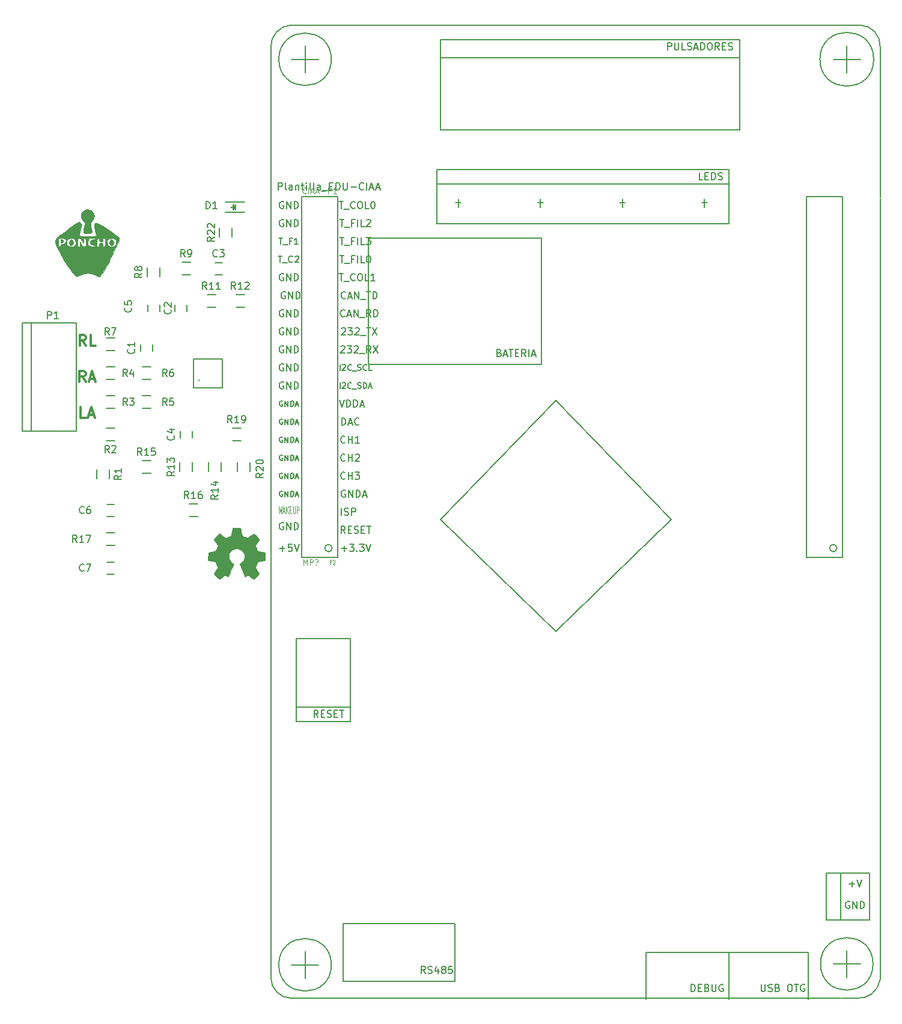
<source format=gbr>
G04 #@! TF.FileFunction,Legend,Top*
%FSLAX46Y46*%
G04 Gerber Fmt 4.6, Leading zero omitted, Abs format (unit mm)*
G04 Created by KiCad (PCBNEW 4.0.2+e4-6225~38~ubuntu16.04.1-stable) date jue 04 ago 2016 19:53:13 ART*
%MOMM*%
G01*
G04 APERTURE LIST*
%ADD10C,0.100000*%
%ADD11C,0.300000*%
%ADD12C,0.150000*%
%ADD13C,0.002540*%
%ADD14C,0.120000*%
%ADD15C,0.203200*%
%ADD16C,0.200000*%
%ADD17C,0.114300*%
%ADD18C,0.180000*%
%ADD19C,0.190000*%
%ADD20C,0.125000*%
G04 APERTURE END LIST*
D10*
D11*
X137235429Y-81958571D02*
X136521143Y-81958571D01*
X136521143Y-80458571D01*
X137664000Y-81530000D02*
X138378286Y-81530000D01*
X137521143Y-81958571D02*
X138021143Y-80458571D01*
X138521143Y-81958571D01*
X137235429Y-76878571D02*
X136735429Y-76164286D01*
X136378286Y-76878571D02*
X136378286Y-75378571D01*
X136949714Y-75378571D01*
X137092572Y-75450000D01*
X137164000Y-75521429D01*
X137235429Y-75664286D01*
X137235429Y-75878571D01*
X137164000Y-76021429D01*
X137092572Y-76092857D01*
X136949714Y-76164286D01*
X136378286Y-76164286D01*
X137806857Y-76450000D02*
X138521143Y-76450000D01*
X137664000Y-76878571D02*
X138164000Y-75378571D01*
X138664000Y-76878571D01*
X137271143Y-71798571D02*
X136771143Y-71084286D01*
X136414000Y-71798571D02*
X136414000Y-70298571D01*
X136985428Y-70298571D01*
X137128286Y-70370000D01*
X137199714Y-70441429D01*
X137271143Y-70584286D01*
X137271143Y-70798571D01*
X137199714Y-70941429D01*
X137128286Y-71012857D01*
X136985428Y-71084286D01*
X136414000Y-71084286D01*
X138628286Y-71798571D02*
X137914000Y-71798571D01*
X137914000Y-70298571D01*
D10*
X153289000Y-76708000D02*
G75*
G03X153289000Y-76708000I-127000J0D01*
G01*
D12*
X152400000Y-77724000D02*
X152400000Y-73660000D01*
X152400000Y-73660000D02*
X156464000Y-73660000D01*
X156464000Y-73660000D02*
X156464000Y-77724000D01*
X156464000Y-77724000D02*
X152400000Y-77724000D01*
X243078000Y-100330000D02*
G75*
G03X243078000Y-100330000I-508000J0D01*
G01*
X201549000Y-51689000D02*
X201676000Y-51689000D01*
X201295000Y-51689000D02*
X201549000Y-51689000D01*
X201295000Y-51689000D02*
X200914000Y-51689000D01*
X201295000Y-51689000D02*
X201295000Y-51181000D01*
X201295000Y-51689000D02*
X201295000Y-52324000D01*
X224409000Y-52197000D02*
X224409000Y-52324000D01*
X224409000Y-51689000D02*
X224790000Y-51689000D01*
X224409000Y-51689000D02*
X224028000Y-51689000D01*
X224409000Y-51689000D02*
X224409000Y-51181000D01*
X224409000Y-51689000D02*
X224409000Y-52197000D01*
X213106000Y-51689000D02*
X213233000Y-51689000D01*
X212852000Y-51689000D02*
X213106000Y-51689000D01*
X212852000Y-51689000D02*
X212471000Y-51689000D01*
X212852000Y-51689000D02*
X212852000Y-51181000D01*
X212852000Y-51689000D02*
X212852000Y-52324000D01*
X189738000Y-51689000D02*
X190119000Y-51689000D01*
X189738000Y-51689000D02*
X189357000Y-51689000D01*
X189738000Y-51689000D02*
X189738000Y-51181000D01*
X189738000Y-51689000D02*
X189738000Y-52324000D01*
X244475000Y-31496000D02*
X246380000Y-31496000D01*
X244475000Y-31496000D02*
X242570000Y-31496000D01*
X244475000Y-31496000D02*
X244475000Y-29591000D01*
X244475000Y-31496000D02*
X244475000Y-33401000D01*
X248263774Y-31496000D02*
G75*
G03X248263774Y-31496000I-3788774J0D01*
G01*
X171846296Y-31496000D02*
G75*
G03X171846296Y-31496000I-3698296J0D01*
G01*
X168148000Y-31496000D02*
X166243000Y-31496000D01*
X168148000Y-31496000D02*
X170053000Y-31496000D01*
X168148000Y-31496000D02*
X168148000Y-29591000D01*
X168148000Y-31496000D02*
X168148000Y-33401000D01*
X168148000Y-159004000D02*
X170053000Y-159004000D01*
X168148000Y-159004000D02*
X166243000Y-159004000D01*
X168148000Y-159004000D02*
X168148000Y-157099000D01*
X168148000Y-159004000D02*
X168148000Y-160909000D01*
X171850654Y-159004000D02*
G75*
G03X171850654Y-159004000I-3702654J0D01*
G01*
X248173296Y-158877000D02*
G75*
G03X248173296Y-158877000I-3698296J0D01*
G01*
X244475000Y-158877000D02*
X246380000Y-158877000D01*
X244475000Y-158877000D02*
X242570000Y-158877000D01*
X244475000Y-158877000D02*
X244475000Y-156972000D01*
X244475000Y-158877000D02*
X244475000Y-160782000D01*
X171958000Y-100330000D02*
G75*
G03X171958000Y-100330000I-508000J0D01*
G01*
X243586000Y-146050000D02*
X241554000Y-146050000D01*
X241554000Y-146050000D02*
X241554000Y-152654000D01*
X241554000Y-152654000D02*
X243586000Y-152654000D01*
X247650000Y-146050000D02*
X243586000Y-146050000D01*
X243586000Y-146050000D02*
X243586000Y-152654000D01*
X243586000Y-152654000D02*
X247650000Y-152654000D01*
X247650000Y-152654000D02*
X247650000Y-146050000D01*
X227838000Y-157226000D02*
X227838000Y-163830000D01*
X216154000Y-163322000D02*
X216154000Y-163830000D01*
X239014000Y-157226000D02*
X239014000Y-163322000D01*
X239014000Y-163322000D02*
X239014000Y-163830000D01*
X216154000Y-163322000D02*
X216154000Y-157226000D01*
X216154000Y-157226000D02*
X230886000Y-157226000D01*
X239014000Y-157226000D02*
X230886000Y-157226000D01*
X189230000Y-153162000D02*
X173482000Y-153162000D01*
X173482000Y-153162000D02*
X173482000Y-161290000D01*
X173482000Y-161290000D02*
X189230000Y-161290000D01*
X189230000Y-161290000D02*
X189230000Y-153162000D01*
X203454000Y-79502000D02*
X219710000Y-96266000D01*
X219710000Y-96266000D02*
X203454000Y-112014000D01*
X203454000Y-112014000D02*
X187198000Y-96266000D01*
X187198000Y-96266000D02*
X203454000Y-79502000D01*
X229362000Y-28702000D02*
X229362000Y-31242000D01*
X229362000Y-28702000D02*
X187198000Y-28702000D01*
X187198000Y-28702000D02*
X187198000Y-31242000D01*
X229362000Y-31242000D02*
X187198000Y-31242000D01*
X227838000Y-46990000D02*
X227838000Y-49022000D01*
X227838000Y-46990000D02*
X186690000Y-46990000D01*
X186690000Y-46990000D02*
X186690000Y-49022000D01*
X166878000Y-122682000D02*
X174498000Y-122682000D01*
X174498000Y-113030000D02*
X166878000Y-113030000D01*
X166878000Y-113030000D02*
X166878000Y-124714000D01*
X166878000Y-124714000D02*
X174498000Y-124714000D01*
X174498000Y-124714000D02*
X174498000Y-113030000D01*
X201422000Y-56642000D02*
X177038000Y-56642000D01*
X177038000Y-56642000D02*
X177038000Y-74422000D01*
X177038000Y-74422000D02*
X201422000Y-74422000D01*
X201422000Y-74422000D02*
X201422000Y-56642000D01*
X227838000Y-49022000D02*
X186690000Y-49022000D01*
X186690000Y-49022000D02*
X186690000Y-54610000D01*
X186690000Y-54610000D02*
X227838000Y-54610000D01*
X227838000Y-54610000D02*
X227838000Y-49022000D01*
X187198000Y-30734000D02*
X187198000Y-41402000D01*
X187198000Y-41402000D02*
X229362000Y-41402000D01*
X229362000Y-41402000D02*
X229362000Y-30734000D01*
X249174000Y-51054000D02*
X249174000Y-101600000D01*
X249174000Y-29718000D02*
G75*
G03X246380000Y-26670000I-2921000J127000D01*
G01*
X166243000Y-26670000D02*
G75*
G03X163322000Y-29845000I127000J-3048000D01*
G01*
X163322000Y-160782000D02*
G75*
G03X166243000Y-163703000I2921000J0D01*
G01*
X249174000Y-161036000D02*
X249174000Y-157099000D01*
X243713000Y-163703000D02*
X245745000Y-163703000D01*
X245745000Y-163703000D02*
G75*
G03X249174000Y-161036000I381000J3048000D01*
G01*
X165989000Y-163703000D02*
X166624000Y-163703000D01*
X163322000Y-160909000D02*
X163322000Y-161036000D01*
X163322000Y-161036000D02*
X163322000Y-160782000D01*
X167513000Y-163703000D02*
X166624000Y-163703000D01*
X171450000Y-163703000D02*
X167513000Y-163703000D01*
X163322000Y-158623000D02*
X163322000Y-160909000D01*
X171450000Y-163703000D02*
X180086000Y-163703000D01*
X180086000Y-163703000D02*
X243586000Y-163703000D01*
X249174000Y-101600000D02*
X249174000Y-157099000D01*
X163322000Y-101600000D02*
X163322000Y-110490000D01*
X163322000Y-110490000D02*
X163322000Y-127762000D01*
X163322000Y-127762000D02*
X163322000Y-148590000D01*
X163322000Y-148590000D02*
X163322000Y-155829000D01*
X163322000Y-155829000D02*
X163322000Y-158623000D01*
X249174000Y-29718000D02*
X249174000Y-30226000D01*
X245872000Y-26670000D02*
X246380000Y-26670000D01*
X244475000Y-26670000D02*
X245872000Y-26670000D01*
X249174000Y-33274000D02*
X249174000Y-30226000D01*
X168148000Y-26670000D02*
X166243000Y-26670000D01*
X163322000Y-33528000D02*
X163322000Y-29845000D01*
X163322000Y-50927000D02*
X163322000Y-33528000D01*
X249174000Y-50927000D02*
X249174000Y-33274000D01*
X168148000Y-26670000D02*
X244475000Y-26670000D01*
X163322000Y-100330000D02*
X163322000Y-101600000D01*
X163322000Y-100330000D02*
X163322000Y-50800000D01*
X243840000Y-100330000D02*
X243840000Y-101600000D01*
X243840000Y-101600000D02*
X238760000Y-101600000D01*
X238760000Y-101600000D02*
X238760000Y-50800000D01*
X238760000Y-50800000D02*
X243840000Y-50800000D01*
X243840000Y-50800000D02*
X243840000Y-100330000D01*
X172720000Y-50800000D02*
X172720000Y-101600000D01*
X167640000Y-50800000D02*
X167640000Y-101600000D01*
X167640000Y-50800000D02*
X172720000Y-50800000D01*
X167640000Y-101600000D02*
X172720000Y-101600000D01*
X144946000Y-71636000D02*
X144946000Y-72636000D01*
X146646000Y-72636000D02*
X146646000Y-71636000D01*
X149772000Y-66048000D02*
X149772000Y-67048000D01*
X151472000Y-67048000D02*
X151472000Y-66048000D01*
X156456000Y-60110000D02*
X155456000Y-60110000D01*
X155456000Y-61810000D02*
X156456000Y-61810000D01*
X150534000Y-83828000D02*
X150534000Y-84828000D01*
X152234000Y-84828000D02*
X152234000Y-83828000D01*
X147662000Y-67048000D02*
X147662000Y-66048000D01*
X145962000Y-66048000D02*
X145962000Y-67048000D01*
X141216000Y-94146000D02*
X140216000Y-94146000D01*
X140216000Y-95846000D02*
X141216000Y-95846000D01*
X141216000Y-102274000D02*
X140216000Y-102274000D01*
X140216000Y-103974000D02*
X141216000Y-103974000D01*
X159588000Y-51574000D02*
X156888000Y-51574000D01*
X159588000Y-53074000D02*
X156888000Y-53074000D01*
X158088000Y-52174000D02*
X158088000Y-52424000D01*
X158088000Y-52424000D02*
X158238000Y-52274000D01*
X158338000Y-52674000D02*
X158338000Y-51974000D01*
X157988000Y-52324000D02*
X157638000Y-52324000D01*
X158338000Y-52324000D02*
X157988000Y-52674000D01*
X157988000Y-52674000D02*
X157988000Y-51974000D01*
X157988000Y-51974000D02*
X158338000Y-52324000D01*
X172720000Y-50800000D02*
X172720000Y-101600000D01*
X167640000Y-50800000D02*
X167640000Y-101600000D01*
X167640000Y-50800000D02*
X172720000Y-50800000D01*
X167640000Y-101600000D02*
X172720000Y-101600000D01*
X138825000Y-90516000D02*
X138825000Y-89316000D01*
X140575000Y-89316000D02*
X140575000Y-90516000D01*
X140116000Y-83453000D02*
X141316000Y-83453000D01*
X141316000Y-85203000D02*
X140116000Y-85203000D01*
X140116000Y-78881000D02*
X141316000Y-78881000D01*
X141316000Y-80631000D02*
X140116000Y-80631000D01*
X140116000Y-74817000D02*
X141316000Y-74817000D01*
X141316000Y-76567000D02*
X140116000Y-76567000D01*
X145196000Y-78881000D02*
X146396000Y-78881000D01*
X146396000Y-80631000D02*
X145196000Y-80631000D01*
X145196000Y-74817000D02*
X146396000Y-74817000D01*
X146396000Y-76567000D02*
X145196000Y-76567000D01*
X140116000Y-70753000D02*
X141316000Y-70753000D01*
X141316000Y-72503000D02*
X140116000Y-72503000D01*
X147687000Y-60868000D02*
X147687000Y-62068000D01*
X145937000Y-62068000D02*
X145937000Y-60868000D01*
X151984000Y-61835000D02*
X150784000Y-61835000D01*
X150784000Y-60085000D02*
X151984000Y-60085000D01*
X155540000Y-66407000D02*
X154340000Y-66407000D01*
X154340000Y-64657000D02*
X155540000Y-64657000D01*
X159604000Y-66407000D02*
X158404000Y-66407000D01*
X158404000Y-64657000D02*
X159604000Y-64657000D01*
X152259000Y-88300000D02*
X152259000Y-89500000D01*
X150509000Y-89500000D02*
X150509000Y-88300000D01*
X156323000Y-88300000D02*
X156323000Y-89500000D01*
X154573000Y-89500000D02*
X154573000Y-88300000D01*
X146396000Y-89775000D02*
X145196000Y-89775000D01*
X145196000Y-88025000D02*
X146396000Y-88025000D01*
X153000000Y-95871000D02*
X151800000Y-95871000D01*
X151800000Y-94121000D02*
X153000000Y-94121000D01*
X141316000Y-99935000D02*
X140116000Y-99935000D01*
X140116000Y-98185000D02*
X141316000Y-98185000D01*
X159096000Y-85203000D02*
X157896000Y-85203000D01*
X157896000Y-83453000D02*
X159096000Y-83453000D01*
X158637000Y-89500000D02*
X158637000Y-88300000D01*
X160387000Y-88300000D02*
X160387000Y-89500000D01*
X156097000Y-56480000D02*
X156097000Y-55280000D01*
X157847000Y-55280000D02*
X157847000Y-56480000D01*
X128270000Y-68580000D02*
X135890000Y-68580000D01*
X128270000Y-83820000D02*
X135890000Y-83820000D01*
X129540000Y-68580000D02*
X129540000Y-83820000D01*
X135890000Y-68580000D02*
X135890000Y-83820000D01*
X128270000Y-68580000D02*
X128270000Y-83820000D01*
D10*
G36*
X141949714Y-56776979D02*
X141912746Y-56983891D01*
X141819012Y-57268800D01*
X141694272Y-57566897D01*
X141564281Y-57813374D01*
X141537376Y-57851413D01*
X141537376Y-57280299D01*
X141472326Y-56967062D01*
X141283112Y-56759622D01*
X140978639Y-56666329D01*
X140877636Y-56661792D01*
X140543516Y-56722777D01*
X140322248Y-56900165D01*
X140222734Y-57185608D01*
X140217896Y-57280299D01*
X140282946Y-57593536D01*
X140472159Y-57800975D01*
X140776633Y-57894269D01*
X140877636Y-57898805D01*
X141211606Y-57840492D01*
X141372441Y-57733870D01*
X141506315Y-57496030D01*
X141537376Y-57280299D01*
X141537376Y-57851413D01*
X141503856Y-57898805D01*
X141427749Y-58025925D01*
X141309220Y-58265365D01*
X141167792Y-58576585D01*
X141086876Y-58764714D01*
X140835635Y-59333272D01*
X140563718Y-59900808D01*
X140283494Y-60445693D01*
X140007334Y-60946296D01*
X139970493Y-61007955D01*
X139970493Y-57280299D01*
X139966598Y-56964064D01*
X139948834Y-56778516D01*
X139908089Y-56689476D01*
X139835247Y-56662762D01*
X139805558Y-56661792D01*
X139684831Y-56700671D01*
X139642325Y-56845331D01*
X139640623Y-56909195D01*
X139620189Y-57084430D01*
X139523798Y-57149018D01*
X139393220Y-57156598D01*
X139217985Y-57136163D01*
X139153397Y-57039773D01*
X139145818Y-56909195D01*
X139119898Y-56728104D01*
X139023459Y-56664345D01*
X138980883Y-56661792D01*
X138896553Y-56676401D01*
X138847074Y-56743012D01*
X138823330Y-56895807D01*
X138816206Y-57168964D01*
X138815948Y-57280299D01*
X138819843Y-57596533D01*
X138837606Y-57782081D01*
X138878351Y-57871122D01*
X138951193Y-57897835D01*
X138980883Y-57898805D01*
X139094559Y-57866518D01*
X139140426Y-57740472D01*
X139145818Y-57610169D01*
X139159609Y-57416245D01*
X139229564Y-57336706D01*
X139393220Y-57321533D01*
X139559441Y-57337623D01*
X139627617Y-57419237D01*
X139640623Y-57610169D01*
X139659073Y-57809103D01*
X139731099Y-57889370D01*
X139805558Y-57898805D01*
X139889887Y-57884197D01*
X139939367Y-57817586D01*
X139963111Y-57664791D01*
X139970234Y-57391634D01*
X139970493Y-57280299D01*
X139970493Y-61007955D01*
X139747610Y-61380986D01*
X139516692Y-61728132D01*
X139326952Y-61966103D01*
X139195691Y-62071512D01*
X139074102Y-62058002D01*
X138852445Y-61984892D01*
X138577465Y-61867746D01*
X138568545Y-61863546D01*
X138568545Y-57765490D01*
X138524706Y-57672405D01*
X138370623Y-57670159D01*
X138352776Y-57673422D01*
X138131011Y-57647945D01*
X137937128Y-57519310D01*
X137831755Y-57332790D01*
X137826337Y-57280299D01*
X137898303Y-57085398D01*
X138072393Y-56931991D01*
X138285896Y-56867309D01*
X138363632Y-56875645D01*
X138519982Y-56888616D01*
X138568279Y-56806533D01*
X138568545Y-56794434D01*
X138528247Y-56708720D01*
X138384303Y-56668936D01*
X138197441Y-56661792D01*
X137843195Y-56716653D01*
X137612088Y-56880882D01*
X137504717Y-57153956D01*
X137496467Y-57280299D01*
X137558642Y-57592869D01*
X137744769Y-57796787D01*
X138054252Y-57891526D01*
X138197441Y-57898805D01*
X138436962Y-57884515D01*
X138548243Y-57833291D01*
X138568545Y-57765490D01*
X138568545Y-61863546D01*
X138562315Y-61860614D01*
X138006041Y-61660938D01*
X137475238Y-61611886D01*
X137249065Y-61653843D01*
X137249065Y-57280299D01*
X137245169Y-56964064D01*
X137227406Y-56778516D01*
X137186661Y-56689476D01*
X137113819Y-56662762D01*
X137084129Y-56661792D01*
X136978651Y-56687769D01*
X136930125Y-56794106D01*
X136918414Y-57012279D01*
X136917634Y-57362766D01*
X136707571Y-57012279D01*
X136539995Y-56778431D01*
X136384269Y-56674267D01*
X136296014Y-56661792D01*
X136193505Y-56670063D01*
X136133414Y-56718024D01*
X136104429Y-56840397D01*
X136095238Y-57071906D01*
X136094519Y-57280299D01*
X136098415Y-57596533D01*
X136116178Y-57782081D01*
X136156923Y-57871122D01*
X136229765Y-57897835D01*
X136259454Y-57898805D01*
X136364932Y-57872829D01*
X136413459Y-57766492D01*
X136425169Y-57548318D01*
X136425950Y-57197831D01*
X136636012Y-57548318D01*
X136803588Y-57782167D01*
X136959315Y-57886330D01*
X137047570Y-57898805D01*
X137150078Y-57890535D01*
X137210169Y-57842574D01*
X137239154Y-57720200D01*
X137248345Y-57488692D01*
X137249065Y-57280299D01*
X137249065Y-61653843D01*
X136931590Y-61712738D01*
X136630558Y-61824415D01*
X136354534Y-61939832D01*
X136128037Y-62030797D01*
X136012052Y-62073513D01*
X135895124Y-62029399D01*
X135847116Y-61988033D01*
X135847116Y-57280299D01*
X135782066Y-56967062D01*
X135592853Y-56759622D01*
X135288380Y-56666329D01*
X135187376Y-56661792D01*
X134853257Y-56722777D01*
X134631988Y-56900165D01*
X134532475Y-57185608D01*
X134527636Y-57280299D01*
X134592686Y-57593536D01*
X134781900Y-57800975D01*
X135086373Y-57894269D01*
X135187376Y-57898805D01*
X135521347Y-57840492D01*
X135682181Y-57733870D01*
X135816055Y-57496030D01*
X135847116Y-57280299D01*
X135847116Y-61988033D01*
X135696824Y-61858536D01*
X135428180Y-61570799D01*
X135352311Y-61482924D01*
X135044139Y-61111270D01*
X134781799Y-60767429D01*
X134543659Y-60417116D01*
X134445168Y-60253614D01*
X134445168Y-57074130D01*
X134406515Y-56858020D01*
X134273854Y-56728720D01*
X134022131Y-56669961D01*
X133810168Y-56661792D01*
X133373090Y-56661792D01*
X133373090Y-57280299D01*
X133376986Y-57596533D01*
X133394749Y-57782081D01*
X133435494Y-57871122D01*
X133508336Y-57897835D01*
X133538026Y-57898805D01*
X133667361Y-57850485D01*
X133702961Y-57692637D01*
X133726327Y-57550227D01*
X133829269Y-57494232D01*
X133975103Y-57486468D01*
X134253350Y-57438793D01*
X134405932Y-57289235D01*
X134445168Y-57074130D01*
X134445168Y-60253614D01*
X134308084Y-60026046D01*
X134053442Y-59559935D01*
X133758100Y-58984499D01*
X133689195Y-58847182D01*
X133486554Y-58444996D01*
X133306532Y-58092910D01*
X133163373Y-57818385D01*
X133071322Y-57648880D01*
X133047488Y-57610169D01*
X132934287Y-57342262D01*
X132943598Y-57035701D01*
X133021920Y-56841928D01*
X133202246Y-56609761D01*
X133443229Y-56376825D01*
X133684117Y-56198418D01*
X133785428Y-56146986D01*
X133898414Y-56075742D01*
X134103280Y-55922489D01*
X134366796Y-55712692D01*
X134552847Y-55558858D01*
X134935606Y-55252273D01*
X135320040Y-54969849D01*
X135678115Y-54729844D01*
X135981798Y-54550518D01*
X136203055Y-54450129D01*
X136278077Y-54435169D01*
X136421245Y-54492013D01*
X136545204Y-54596915D01*
X136615177Y-54685911D01*
X136645535Y-54782628D01*
X136634852Y-54927694D01*
X136581698Y-55161739D01*
X136516752Y-55406589D01*
X136411923Y-55789459D01*
X136350300Y-56061087D01*
X136351106Y-56240449D01*
X136433564Y-56346520D01*
X136616895Y-56398274D01*
X136920322Y-56414686D01*
X137363068Y-56414733D01*
X137537701Y-56414390D01*
X138030616Y-56410848D01*
X138377601Y-56399121D01*
X138597529Y-56377554D01*
X138709275Y-56344495D01*
X138733480Y-56309648D01*
X138712521Y-56183660D01*
X138657133Y-55946674D01*
X138578548Y-55646181D01*
X138564407Y-55594787D01*
X138457088Y-55148153D01*
X138422894Y-54834369D01*
X138462676Y-54638028D01*
X138577285Y-54543721D01*
X138622992Y-54533488D01*
X138834553Y-54564090D01*
X139153874Y-54692811D01*
X139563801Y-54910071D01*
X140047175Y-55206287D01*
X140586841Y-55571878D01*
X140939487Y-55827187D01*
X141343546Y-56131697D01*
X141628754Y-56360510D01*
X141812878Y-56530333D01*
X141913689Y-56657872D01*
X141948955Y-56759833D01*
X141949714Y-56776979D01*
X141949714Y-56776979D01*
X141949714Y-56776979D01*
G37*
X141949714Y-56776979D02*
X141912746Y-56983891D01*
X141819012Y-57268800D01*
X141694272Y-57566897D01*
X141564281Y-57813374D01*
X141537376Y-57851413D01*
X141537376Y-57280299D01*
X141472326Y-56967062D01*
X141283112Y-56759622D01*
X140978639Y-56666329D01*
X140877636Y-56661792D01*
X140543516Y-56722777D01*
X140322248Y-56900165D01*
X140222734Y-57185608D01*
X140217896Y-57280299D01*
X140282946Y-57593536D01*
X140472159Y-57800975D01*
X140776633Y-57894269D01*
X140877636Y-57898805D01*
X141211606Y-57840492D01*
X141372441Y-57733870D01*
X141506315Y-57496030D01*
X141537376Y-57280299D01*
X141537376Y-57851413D01*
X141503856Y-57898805D01*
X141427749Y-58025925D01*
X141309220Y-58265365D01*
X141167792Y-58576585D01*
X141086876Y-58764714D01*
X140835635Y-59333272D01*
X140563718Y-59900808D01*
X140283494Y-60445693D01*
X140007334Y-60946296D01*
X139970493Y-61007955D01*
X139970493Y-57280299D01*
X139966598Y-56964064D01*
X139948834Y-56778516D01*
X139908089Y-56689476D01*
X139835247Y-56662762D01*
X139805558Y-56661792D01*
X139684831Y-56700671D01*
X139642325Y-56845331D01*
X139640623Y-56909195D01*
X139620189Y-57084430D01*
X139523798Y-57149018D01*
X139393220Y-57156598D01*
X139217985Y-57136163D01*
X139153397Y-57039773D01*
X139145818Y-56909195D01*
X139119898Y-56728104D01*
X139023459Y-56664345D01*
X138980883Y-56661792D01*
X138896553Y-56676401D01*
X138847074Y-56743012D01*
X138823330Y-56895807D01*
X138816206Y-57168964D01*
X138815948Y-57280299D01*
X138819843Y-57596533D01*
X138837606Y-57782081D01*
X138878351Y-57871122D01*
X138951193Y-57897835D01*
X138980883Y-57898805D01*
X139094559Y-57866518D01*
X139140426Y-57740472D01*
X139145818Y-57610169D01*
X139159609Y-57416245D01*
X139229564Y-57336706D01*
X139393220Y-57321533D01*
X139559441Y-57337623D01*
X139627617Y-57419237D01*
X139640623Y-57610169D01*
X139659073Y-57809103D01*
X139731099Y-57889370D01*
X139805558Y-57898805D01*
X139889887Y-57884197D01*
X139939367Y-57817586D01*
X139963111Y-57664791D01*
X139970234Y-57391634D01*
X139970493Y-57280299D01*
X139970493Y-61007955D01*
X139747610Y-61380986D01*
X139516692Y-61728132D01*
X139326952Y-61966103D01*
X139195691Y-62071512D01*
X139074102Y-62058002D01*
X138852445Y-61984892D01*
X138577465Y-61867746D01*
X138568545Y-61863546D01*
X138568545Y-57765490D01*
X138524706Y-57672405D01*
X138370623Y-57670159D01*
X138352776Y-57673422D01*
X138131011Y-57647945D01*
X137937128Y-57519310D01*
X137831755Y-57332790D01*
X137826337Y-57280299D01*
X137898303Y-57085398D01*
X138072393Y-56931991D01*
X138285896Y-56867309D01*
X138363632Y-56875645D01*
X138519982Y-56888616D01*
X138568279Y-56806533D01*
X138568545Y-56794434D01*
X138528247Y-56708720D01*
X138384303Y-56668936D01*
X138197441Y-56661792D01*
X137843195Y-56716653D01*
X137612088Y-56880882D01*
X137504717Y-57153956D01*
X137496467Y-57280299D01*
X137558642Y-57592869D01*
X137744769Y-57796787D01*
X138054252Y-57891526D01*
X138197441Y-57898805D01*
X138436962Y-57884515D01*
X138548243Y-57833291D01*
X138568545Y-57765490D01*
X138568545Y-61863546D01*
X138562315Y-61860614D01*
X138006041Y-61660938D01*
X137475238Y-61611886D01*
X137249065Y-61653843D01*
X137249065Y-57280299D01*
X137245169Y-56964064D01*
X137227406Y-56778516D01*
X137186661Y-56689476D01*
X137113819Y-56662762D01*
X137084129Y-56661792D01*
X136978651Y-56687769D01*
X136930125Y-56794106D01*
X136918414Y-57012279D01*
X136917634Y-57362766D01*
X136707571Y-57012279D01*
X136539995Y-56778431D01*
X136384269Y-56674267D01*
X136296014Y-56661792D01*
X136193505Y-56670063D01*
X136133414Y-56718024D01*
X136104429Y-56840397D01*
X136095238Y-57071906D01*
X136094519Y-57280299D01*
X136098415Y-57596533D01*
X136116178Y-57782081D01*
X136156923Y-57871122D01*
X136229765Y-57897835D01*
X136259454Y-57898805D01*
X136364932Y-57872829D01*
X136413459Y-57766492D01*
X136425169Y-57548318D01*
X136425950Y-57197831D01*
X136636012Y-57548318D01*
X136803588Y-57782167D01*
X136959315Y-57886330D01*
X137047570Y-57898805D01*
X137150078Y-57890535D01*
X137210169Y-57842574D01*
X137239154Y-57720200D01*
X137248345Y-57488692D01*
X137249065Y-57280299D01*
X137249065Y-61653843D01*
X136931590Y-61712738D01*
X136630558Y-61824415D01*
X136354534Y-61939832D01*
X136128037Y-62030797D01*
X136012052Y-62073513D01*
X135895124Y-62029399D01*
X135847116Y-61988033D01*
X135847116Y-57280299D01*
X135782066Y-56967062D01*
X135592853Y-56759622D01*
X135288380Y-56666329D01*
X135187376Y-56661792D01*
X134853257Y-56722777D01*
X134631988Y-56900165D01*
X134532475Y-57185608D01*
X134527636Y-57280299D01*
X134592686Y-57593536D01*
X134781900Y-57800975D01*
X135086373Y-57894269D01*
X135187376Y-57898805D01*
X135521347Y-57840492D01*
X135682181Y-57733870D01*
X135816055Y-57496030D01*
X135847116Y-57280299D01*
X135847116Y-61988033D01*
X135696824Y-61858536D01*
X135428180Y-61570799D01*
X135352311Y-61482924D01*
X135044139Y-61111270D01*
X134781799Y-60767429D01*
X134543659Y-60417116D01*
X134445168Y-60253614D01*
X134445168Y-57074130D01*
X134406515Y-56858020D01*
X134273854Y-56728720D01*
X134022131Y-56669961D01*
X133810168Y-56661792D01*
X133373090Y-56661792D01*
X133373090Y-57280299D01*
X133376986Y-57596533D01*
X133394749Y-57782081D01*
X133435494Y-57871122D01*
X133508336Y-57897835D01*
X133538026Y-57898805D01*
X133667361Y-57850485D01*
X133702961Y-57692637D01*
X133726327Y-57550227D01*
X133829269Y-57494232D01*
X133975103Y-57486468D01*
X134253350Y-57438793D01*
X134405932Y-57289235D01*
X134445168Y-57074130D01*
X134445168Y-60253614D01*
X134308084Y-60026046D01*
X134053442Y-59559935D01*
X133758100Y-58984499D01*
X133689195Y-58847182D01*
X133486554Y-58444996D01*
X133306532Y-58092910D01*
X133163373Y-57818385D01*
X133071322Y-57648880D01*
X133047488Y-57610169D01*
X132934287Y-57342262D01*
X132943598Y-57035701D01*
X133021920Y-56841928D01*
X133202246Y-56609761D01*
X133443229Y-56376825D01*
X133684117Y-56198418D01*
X133785428Y-56146986D01*
X133898414Y-56075742D01*
X134103280Y-55922489D01*
X134366796Y-55712692D01*
X134552847Y-55558858D01*
X134935606Y-55252273D01*
X135320040Y-54969849D01*
X135678115Y-54729844D01*
X135981798Y-54550518D01*
X136203055Y-54450129D01*
X136278077Y-54435169D01*
X136421245Y-54492013D01*
X136545204Y-54596915D01*
X136615177Y-54685911D01*
X136645535Y-54782628D01*
X136634852Y-54927694D01*
X136581698Y-55161739D01*
X136516752Y-55406589D01*
X136411923Y-55789459D01*
X136350300Y-56061087D01*
X136351106Y-56240449D01*
X136433564Y-56346520D01*
X136616895Y-56398274D01*
X136920322Y-56414686D01*
X137363068Y-56414733D01*
X137537701Y-56414390D01*
X138030616Y-56410848D01*
X138377601Y-56399121D01*
X138597529Y-56377554D01*
X138709275Y-56344495D01*
X138733480Y-56309648D01*
X138712521Y-56183660D01*
X138657133Y-55946674D01*
X138578548Y-55646181D01*
X138564407Y-55594787D01*
X138457088Y-55148153D01*
X138422894Y-54834369D01*
X138462676Y-54638028D01*
X138577285Y-54543721D01*
X138622992Y-54533488D01*
X138834553Y-54564090D01*
X139153874Y-54692811D01*
X139563801Y-54910071D01*
X140047175Y-55206287D01*
X140586841Y-55571878D01*
X140939487Y-55827187D01*
X141343546Y-56131697D01*
X141628754Y-56360510D01*
X141812878Y-56530333D01*
X141913689Y-56657872D01*
X141948955Y-56759833D01*
X141949714Y-56776979D01*
X141949714Y-56776979D01*
G36*
X138437542Y-53667681D02*
X138309402Y-54014555D01*
X138093417Y-54291770D01*
X137977302Y-54421644D01*
X137922034Y-54534302D01*
X137920066Y-54683019D01*
X137963854Y-54921070D01*
X137988294Y-55033978D01*
X138072312Y-55430812D01*
X138110110Y-55694578D01*
X138089383Y-55853618D01*
X137997822Y-55936277D01*
X137823122Y-55970896D01*
X137575440Y-55984813D01*
X137290450Y-55988805D01*
X137074118Y-55975737D01*
X136977550Y-55950451D01*
X136923692Y-55785732D01*
X136947559Y-55480316D01*
X137048776Y-55038778D01*
X137053985Y-55019942D01*
X137188775Y-54535128D01*
X136925192Y-54299596D01*
X136699647Y-54001415D01*
X136605576Y-53657176D01*
X136638480Y-53307477D01*
X136793862Y-52992915D01*
X137067223Y-52754085D01*
X137098290Y-52737262D01*
X137447719Y-52640095D01*
X137794075Y-52688270D01*
X138101140Y-52865559D01*
X138332691Y-53155735D01*
X138403692Y-53322105D01*
X138437542Y-53667681D01*
X138437542Y-53667681D01*
X138437542Y-53667681D01*
G37*
X138437542Y-53667681D02*
X138309402Y-54014555D01*
X138093417Y-54291770D01*
X137977302Y-54421644D01*
X137922034Y-54534302D01*
X137920066Y-54683019D01*
X137963854Y-54921070D01*
X137988294Y-55033978D01*
X138072312Y-55430812D01*
X138110110Y-55694578D01*
X138089383Y-55853618D01*
X137997822Y-55936277D01*
X137823122Y-55970896D01*
X137575440Y-55984813D01*
X137290450Y-55988805D01*
X137074118Y-55975737D01*
X136977550Y-55950451D01*
X136923692Y-55785732D01*
X136947559Y-55480316D01*
X137048776Y-55038778D01*
X137053985Y-55019942D01*
X137188775Y-54535128D01*
X136925192Y-54299596D01*
X136699647Y-54001415D01*
X136605576Y-53657176D01*
X136638480Y-53307477D01*
X136793862Y-52992915D01*
X137067223Y-52754085D01*
X137098290Y-52737262D01*
X137447719Y-52640095D01*
X137794075Y-52688270D01*
X138101140Y-52865559D01*
X138332691Y-53155735D01*
X138403692Y-53322105D01*
X138437542Y-53667681D01*
X138437542Y-53667681D01*
G36*
X134093921Y-57082422D02*
X134032831Y-57197831D01*
X133876394Y-57316559D01*
X133757056Y-57281350D01*
X133703586Y-57102993D01*
X133702961Y-57074130D01*
X133747119Y-56880179D01*
X133860417Y-56828150D01*
X134014085Y-56928830D01*
X134032831Y-56950429D01*
X134093921Y-57082422D01*
X134093921Y-57082422D01*
X134093921Y-57082422D01*
G37*
X134093921Y-57082422D02*
X134032831Y-57197831D01*
X133876394Y-57316559D01*
X133757056Y-57281350D01*
X133703586Y-57102993D01*
X133702961Y-57074130D01*
X133747119Y-56880179D01*
X133860417Y-56828150D01*
X134014085Y-56928830D01*
X134032831Y-56950429D01*
X134093921Y-57082422D01*
X134093921Y-57082422D01*
G36*
X135502176Y-57257300D02*
X135478806Y-57397268D01*
X135407355Y-57518199D01*
X135285495Y-57669484D01*
X135188528Y-57733848D01*
X135187376Y-57733870D01*
X135091357Y-57671542D01*
X134969448Y-57521317D01*
X134967397Y-57518199D01*
X134876594Y-57347160D01*
X134887440Y-57206983D01*
X134948042Y-57085244D01*
X135070518Y-56930105D01*
X135187376Y-56867961D01*
X135307963Y-56933490D01*
X135426711Y-57085244D01*
X135502176Y-57257300D01*
X135502176Y-57257300D01*
X135502176Y-57257300D01*
G37*
X135502176Y-57257300D02*
X135478806Y-57397268D01*
X135407355Y-57518199D01*
X135285495Y-57669484D01*
X135188528Y-57733848D01*
X135187376Y-57733870D01*
X135091357Y-57671542D01*
X134969448Y-57521317D01*
X134967397Y-57518199D01*
X134876594Y-57347160D01*
X134887440Y-57206983D01*
X134948042Y-57085244D01*
X135070518Y-56930105D01*
X135187376Y-56867961D01*
X135307963Y-56933490D01*
X135426711Y-57085244D01*
X135502176Y-57257300D01*
X135502176Y-57257300D01*
G36*
X141192435Y-57257300D02*
X141169065Y-57397268D01*
X141097615Y-57518199D01*
X140975755Y-57669484D01*
X140878788Y-57733848D01*
X140877636Y-57733870D01*
X140781616Y-57671542D01*
X140659708Y-57521317D01*
X140657657Y-57518199D01*
X140566854Y-57347160D01*
X140577699Y-57206983D01*
X140638301Y-57085244D01*
X140760778Y-56930105D01*
X140877636Y-56867961D01*
X140998223Y-56933490D01*
X141116971Y-57085244D01*
X141192435Y-57257300D01*
X141192435Y-57257300D01*
X141192435Y-57257300D01*
G37*
X141192435Y-57257300D02*
X141169065Y-57397268D01*
X141097615Y-57518199D01*
X140975755Y-57669484D01*
X140878788Y-57733848D01*
X140877636Y-57733870D01*
X140781616Y-57671542D01*
X140659708Y-57521317D01*
X140657657Y-57518199D01*
X140566854Y-57347160D01*
X140577699Y-57206983D01*
X140638301Y-57085244D01*
X140760778Y-56930105D01*
X140877636Y-56867961D01*
X140998223Y-56933490D01*
X141116971Y-57085244D01*
X141192435Y-57257300D01*
X141192435Y-57257300D01*
D13*
G36*
X156072840Y-104683560D02*
X156113480Y-104663240D01*
X156207460Y-104604820D01*
X156342080Y-104515920D01*
X156499560Y-104411780D01*
X156657040Y-104302560D01*
X156786580Y-104216200D01*
X156878020Y-104157780D01*
X156916120Y-104137460D01*
X156936440Y-104142540D01*
X157012640Y-104180640D01*
X157121860Y-104236520D01*
X157185360Y-104269540D01*
X157284420Y-104312720D01*
X157335220Y-104322880D01*
X157342840Y-104307640D01*
X157380940Y-104231440D01*
X157436820Y-104099360D01*
X157513020Y-103926640D01*
X157599380Y-103723440D01*
X157693360Y-103505000D01*
X157784800Y-103281480D01*
X157873700Y-103068120D01*
X157952440Y-102877620D01*
X158015940Y-102722680D01*
X158056580Y-102613460D01*
X158071820Y-102567740D01*
X158066740Y-102557580D01*
X158015940Y-102509320D01*
X157929580Y-102443280D01*
X157739080Y-102288340D01*
X157553660Y-102054660D01*
X157439360Y-101790500D01*
X157401260Y-101495860D01*
X157434280Y-101224080D01*
X157540960Y-100962460D01*
X157723840Y-100726240D01*
X157944820Y-100550980D01*
X158203900Y-100439220D01*
X158496000Y-100403660D01*
X158775400Y-100434140D01*
X159042100Y-100540820D01*
X159278320Y-100721160D01*
X159377380Y-100835460D01*
X159514540Y-101074220D01*
X159593280Y-101330760D01*
X159600900Y-101394260D01*
X159590740Y-101676200D01*
X159506920Y-101945440D01*
X159359600Y-102186740D01*
X159153860Y-102382320D01*
X159125920Y-102402640D01*
X159031940Y-102473760D01*
X158968440Y-102522020D01*
X158917640Y-102562660D01*
X159275780Y-103423720D01*
X159331660Y-103560880D01*
X159430720Y-103797100D01*
X159517080Y-104000300D01*
X159585660Y-104160320D01*
X159633920Y-104269540D01*
X159654240Y-104312720D01*
X159656780Y-104315260D01*
X159687260Y-104320340D01*
X159753300Y-104294940D01*
X159872680Y-104236520D01*
X159953960Y-104195880D01*
X160045400Y-104152700D01*
X160086040Y-104137460D01*
X160121600Y-104155240D01*
X160207960Y-104213660D01*
X160337500Y-104297480D01*
X160489900Y-104401620D01*
X160637220Y-104503220D01*
X160771840Y-104592120D01*
X160870900Y-104653080D01*
X160919160Y-104681020D01*
X160926780Y-104681020D01*
X160967420Y-104655620D01*
X161046160Y-104592120D01*
X161163000Y-104480360D01*
X161328100Y-104317800D01*
X161353500Y-104292400D01*
X161490660Y-104152700D01*
X161602420Y-104035860D01*
X161676080Y-103954580D01*
X161701480Y-103916480D01*
X161701480Y-103916480D01*
X161678620Y-103868220D01*
X161615120Y-103771700D01*
X161526220Y-103634540D01*
X161417000Y-103474520D01*
X161132520Y-103060500D01*
X161290000Y-102669340D01*
X161338260Y-102549960D01*
X161399220Y-102405180D01*
X161442400Y-102301040D01*
X161467800Y-102255320D01*
X161508440Y-102240080D01*
X161617660Y-102214680D01*
X161772600Y-102181660D01*
X161955480Y-102148640D01*
X162133280Y-102115620D01*
X162293300Y-102085140D01*
X162407600Y-102062280D01*
X162458400Y-102052120D01*
X162471100Y-102044500D01*
X162481260Y-102019100D01*
X162488880Y-101965760D01*
X162491420Y-101869240D01*
X162493960Y-101716840D01*
X162493960Y-101495860D01*
X162493960Y-101473000D01*
X162491420Y-101262180D01*
X162488880Y-101094540D01*
X162483800Y-100985320D01*
X162476180Y-100942140D01*
X162476180Y-100942140D01*
X162425380Y-100929440D01*
X162313620Y-100906580D01*
X162153600Y-100873560D01*
X161963100Y-100838000D01*
X161952940Y-100835460D01*
X161762440Y-100799900D01*
X161604960Y-100766880D01*
X161493200Y-100741480D01*
X161447480Y-100726240D01*
X161437320Y-100713540D01*
X161399220Y-100639880D01*
X161343340Y-100523040D01*
X161282380Y-100378260D01*
X161218880Y-100230940D01*
X161165540Y-100096320D01*
X161129980Y-99997260D01*
X161119820Y-99951540D01*
X161119820Y-99951540D01*
X161147760Y-99905820D01*
X161213800Y-99806760D01*
X161305240Y-99672140D01*
X161417000Y-99509580D01*
X161424620Y-99496880D01*
X161533840Y-99336860D01*
X161622740Y-99202240D01*
X161681160Y-99105720D01*
X161701480Y-99062540D01*
X161701480Y-99060000D01*
X161665920Y-99011740D01*
X161584640Y-98922840D01*
X161467800Y-98800920D01*
X161328100Y-98658680D01*
X161282380Y-98615500D01*
X161127440Y-98463100D01*
X161020760Y-98364040D01*
X160952180Y-98310700D01*
X160919160Y-98298000D01*
X160919160Y-98300540D01*
X160870900Y-98328480D01*
X160769300Y-98394520D01*
X160632140Y-98488500D01*
X160469580Y-98597720D01*
X160459420Y-98605340D01*
X160299400Y-98714560D01*
X160167320Y-98803460D01*
X160070800Y-98866960D01*
X160030160Y-98892360D01*
X160022540Y-98892360D01*
X159959040Y-98872040D01*
X159844740Y-98833940D01*
X159705040Y-98778060D01*
X159557720Y-98719640D01*
X159423100Y-98663760D01*
X159321500Y-98615500D01*
X159273240Y-98590100D01*
X159273240Y-98587560D01*
X159255460Y-98529140D01*
X159227520Y-98409760D01*
X159194500Y-98244660D01*
X159156400Y-98049080D01*
X159151320Y-98018600D01*
X159115760Y-97828100D01*
X159085280Y-97670620D01*
X159062420Y-97561400D01*
X159049720Y-97515680D01*
X159024320Y-97510600D01*
X158930340Y-97502980D01*
X158788100Y-97500440D01*
X158615380Y-97497900D01*
X158435040Y-97500440D01*
X158259780Y-97502980D01*
X158107380Y-97508060D01*
X158000700Y-97515680D01*
X157954980Y-97525840D01*
X157952440Y-97528380D01*
X157937200Y-97586800D01*
X157911800Y-97706180D01*
X157876240Y-97871280D01*
X157838140Y-98069400D01*
X157833060Y-98102420D01*
X157797500Y-98292920D01*
X157764480Y-98447860D01*
X157741620Y-98557080D01*
X157728920Y-98597720D01*
X157713680Y-98607880D01*
X157634940Y-98640900D01*
X157507940Y-98694240D01*
X157347920Y-98757740D01*
X156982160Y-98907600D01*
X156535120Y-98597720D01*
X156491940Y-98569780D01*
X156331920Y-98460560D01*
X156197300Y-98371660D01*
X156105860Y-98313240D01*
X156067760Y-98290380D01*
X156065220Y-98292920D01*
X156019500Y-98331020D01*
X155930600Y-98414840D01*
X155808680Y-98534220D01*
X155668980Y-98673920D01*
X155564840Y-98778060D01*
X155440380Y-98905060D01*
X155361640Y-98988880D01*
X155318460Y-99044760D01*
X155303220Y-99077780D01*
X155308300Y-99098100D01*
X155336240Y-99143820D01*
X155402280Y-99242880D01*
X155493720Y-99380040D01*
X155602940Y-99537520D01*
X155694380Y-99672140D01*
X155790900Y-99822000D01*
X155854400Y-99928680D01*
X155877260Y-99982020D01*
X155872180Y-100004880D01*
X155839160Y-100091240D01*
X155785820Y-100225860D01*
X155719780Y-100383340D01*
X155562300Y-100738940D01*
X155328620Y-100782120D01*
X155188920Y-100810060D01*
X154990800Y-100848160D01*
X154802840Y-100883720D01*
X154508200Y-100942140D01*
X154498040Y-102024180D01*
X154543760Y-102044500D01*
X154586940Y-102057200D01*
X154696160Y-102080060D01*
X154851100Y-102110540D01*
X155036520Y-102146100D01*
X155191460Y-102176580D01*
X155351480Y-102204520D01*
X155463240Y-102227380D01*
X155514040Y-102237540D01*
X155526740Y-102255320D01*
X155567380Y-102331520D01*
X155623260Y-102453440D01*
X155684220Y-102600760D01*
X155747720Y-102750620D01*
X155803600Y-102890320D01*
X155844240Y-102997000D01*
X155856940Y-103052880D01*
X155836620Y-103096060D01*
X155775660Y-103187500D01*
X155689300Y-103319580D01*
X155582620Y-103477060D01*
X155473400Y-103634540D01*
X155384500Y-103769160D01*
X155321000Y-103865680D01*
X155295600Y-103908860D01*
X155308300Y-103939340D01*
X155369260Y-104015540D01*
X155488640Y-104137460D01*
X155663900Y-104312720D01*
X155694380Y-104340660D01*
X155834080Y-104475280D01*
X155953460Y-104584500D01*
X156034740Y-104658160D01*
X156072840Y-104683560D01*
X156072840Y-104683560D01*
G37*
X156072840Y-104683560D02*
X156113480Y-104663240D01*
X156207460Y-104604820D01*
X156342080Y-104515920D01*
X156499560Y-104411780D01*
X156657040Y-104302560D01*
X156786580Y-104216200D01*
X156878020Y-104157780D01*
X156916120Y-104137460D01*
X156936440Y-104142540D01*
X157012640Y-104180640D01*
X157121860Y-104236520D01*
X157185360Y-104269540D01*
X157284420Y-104312720D01*
X157335220Y-104322880D01*
X157342840Y-104307640D01*
X157380940Y-104231440D01*
X157436820Y-104099360D01*
X157513020Y-103926640D01*
X157599380Y-103723440D01*
X157693360Y-103505000D01*
X157784800Y-103281480D01*
X157873700Y-103068120D01*
X157952440Y-102877620D01*
X158015940Y-102722680D01*
X158056580Y-102613460D01*
X158071820Y-102567740D01*
X158066740Y-102557580D01*
X158015940Y-102509320D01*
X157929580Y-102443280D01*
X157739080Y-102288340D01*
X157553660Y-102054660D01*
X157439360Y-101790500D01*
X157401260Y-101495860D01*
X157434280Y-101224080D01*
X157540960Y-100962460D01*
X157723840Y-100726240D01*
X157944820Y-100550980D01*
X158203900Y-100439220D01*
X158496000Y-100403660D01*
X158775400Y-100434140D01*
X159042100Y-100540820D01*
X159278320Y-100721160D01*
X159377380Y-100835460D01*
X159514540Y-101074220D01*
X159593280Y-101330760D01*
X159600900Y-101394260D01*
X159590740Y-101676200D01*
X159506920Y-101945440D01*
X159359600Y-102186740D01*
X159153860Y-102382320D01*
X159125920Y-102402640D01*
X159031940Y-102473760D01*
X158968440Y-102522020D01*
X158917640Y-102562660D01*
X159275780Y-103423720D01*
X159331660Y-103560880D01*
X159430720Y-103797100D01*
X159517080Y-104000300D01*
X159585660Y-104160320D01*
X159633920Y-104269540D01*
X159654240Y-104312720D01*
X159656780Y-104315260D01*
X159687260Y-104320340D01*
X159753300Y-104294940D01*
X159872680Y-104236520D01*
X159953960Y-104195880D01*
X160045400Y-104152700D01*
X160086040Y-104137460D01*
X160121600Y-104155240D01*
X160207960Y-104213660D01*
X160337500Y-104297480D01*
X160489900Y-104401620D01*
X160637220Y-104503220D01*
X160771840Y-104592120D01*
X160870900Y-104653080D01*
X160919160Y-104681020D01*
X160926780Y-104681020D01*
X160967420Y-104655620D01*
X161046160Y-104592120D01*
X161163000Y-104480360D01*
X161328100Y-104317800D01*
X161353500Y-104292400D01*
X161490660Y-104152700D01*
X161602420Y-104035860D01*
X161676080Y-103954580D01*
X161701480Y-103916480D01*
X161701480Y-103916480D01*
X161678620Y-103868220D01*
X161615120Y-103771700D01*
X161526220Y-103634540D01*
X161417000Y-103474520D01*
X161132520Y-103060500D01*
X161290000Y-102669340D01*
X161338260Y-102549960D01*
X161399220Y-102405180D01*
X161442400Y-102301040D01*
X161467800Y-102255320D01*
X161508440Y-102240080D01*
X161617660Y-102214680D01*
X161772600Y-102181660D01*
X161955480Y-102148640D01*
X162133280Y-102115620D01*
X162293300Y-102085140D01*
X162407600Y-102062280D01*
X162458400Y-102052120D01*
X162471100Y-102044500D01*
X162481260Y-102019100D01*
X162488880Y-101965760D01*
X162491420Y-101869240D01*
X162493960Y-101716840D01*
X162493960Y-101495860D01*
X162493960Y-101473000D01*
X162491420Y-101262180D01*
X162488880Y-101094540D01*
X162483800Y-100985320D01*
X162476180Y-100942140D01*
X162476180Y-100942140D01*
X162425380Y-100929440D01*
X162313620Y-100906580D01*
X162153600Y-100873560D01*
X161963100Y-100838000D01*
X161952940Y-100835460D01*
X161762440Y-100799900D01*
X161604960Y-100766880D01*
X161493200Y-100741480D01*
X161447480Y-100726240D01*
X161437320Y-100713540D01*
X161399220Y-100639880D01*
X161343340Y-100523040D01*
X161282380Y-100378260D01*
X161218880Y-100230940D01*
X161165540Y-100096320D01*
X161129980Y-99997260D01*
X161119820Y-99951540D01*
X161119820Y-99951540D01*
X161147760Y-99905820D01*
X161213800Y-99806760D01*
X161305240Y-99672140D01*
X161417000Y-99509580D01*
X161424620Y-99496880D01*
X161533840Y-99336860D01*
X161622740Y-99202240D01*
X161681160Y-99105720D01*
X161701480Y-99062540D01*
X161701480Y-99060000D01*
X161665920Y-99011740D01*
X161584640Y-98922840D01*
X161467800Y-98800920D01*
X161328100Y-98658680D01*
X161282380Y-98615500D01*
X161127440Y-98463100D01*
X161020760Y-98364040D01*
X160952180Y-98310700D01*
X160919160Y-98298000D01*
X160919160Y-98300540D01*
X160870900Y-98328480D01*
X160769300Y-98394520D01*
X160632140Y-98488500D01*
X160469580Y-98597720D01*
X160459420Y-98605340D01*
X160299400Y-98714560D01*
X160167320Y-98803460D01*
X160070800Y-98866960D01*
X160030160Y-98892360D01*
X160022540Y-98892360D01*
X159959040Y-98872040D01*
X159844740Y-98833940D01*
X159705040Y-98778060D01*
X159557720Y-98719640D01*
X159423100Y-98663760D01*
X159321500Y-98615500D01*
X159273240Y-98590100D01*
X159273240Y-98587560D01*
X159255460Y-98529140D01*
X159227520Y-98409760D01*
X159194500Y-98244660D01*
X159156400Y-98049080D01*
X159151320Y-98018600D01*
X159115760Y-97828100D01*
X159085280Y-97670620D01*
X159062420Y-97561400D01*
X159049720Y-97515680D01*
X159024320Y-97510600D01*
X158930340Y-97502980D01*
X158788100Y-97500440D01*
X158615380Y-97497900D01*
X158435040Y-97500440D01*
X158259780Y-97502980D01*
X158107380Y-97508060D01*
X158000700Y-97515680D01*
X157954980Y-97525840D01*
X157952440Y-97528380D01*
X157937200Y-97586800D01*
X157911800Y-97706180D01*
X157876240Y-97871280D01*
X157838140Y-98069400D01*
X157833060Y-98102420D01*
X157797500Y-98292920D01*
X157764480Y-98447860D01*
X157741620Y-98557080D01*
X157728920Y-98597720D01*
X157713680Y-98607880D01*
X157634940Y-98640900D01*
X157507940Y-98694240D01*
X157347920Y-98757740D01*
X156982160Y-98907600D01*
X156535120Y-98597720D01*
X156491940Y-98569780D01*
X156331920Y-98460560D01*
X156197300Y-98371660D01*
X156105860Y-98313240D01*
X156067760Y-98290380D01*
X156065220Y-98292920D01*
X156019500Y-98331020D01*
X155930600Y-98414840D01*
X155808680Y-98534220D01*
X155668980Y-98673920D01*
X155564840Y-98778060D01*
X155440380Y-98905060D01*
X155361640Y-98988880D01*
X155318460Y-99044760D01*
X155303220Y-99077780D01*
X155308300Y-99098100D01*
X155336240Y-99143820D01*
X155402280Y-99242880D01*
X155493720Y-99380040D01*
X155602940Y-99537520D01*
X155694380Y-99672140D01*
X155790900Y-99822000D01*
X155854400Y-99928680D01*
X155877260Y-99982020D01*
X155872180Y-100004880D01*
X155839160Y-100091240D01*
X155785820Y-100225860D01*
X155719780Y-100383340D01*
X155562300Y-100738940D01*
X155328620Y-100782120D01*
X155188920Y-100810060D01*
X154990800Y-100848160D01*
X154802840Y-100883720D01*
X154508200Y-100942140D01*
X154498040Y-102024180D01*
X154543760Y-102044500D01*
X154586940Y-102057200D01*
X154696160Y-102080060D01*
X154851100Y-102110540D01*
X155036520Y-102146100D01*
X155191460Y-102176580D01*
X155351480Y-102204520D01*
X155463240Y-102227380D01*
X155514040Y-102237540D01*
X155526740Y-102255320D01*
X155567380Y-102331520D01*
X155623260Y-102453440D01*
X155684220Y-102600760D01*
X155747720Y-102750620D01*
X155803600Y-102890320D01*
X155844240Y-102997000D01*
X155856940Y-103052880D01*
X155836620Y-103096060D01*
X155775660Y-103187500D01*
X155689300Y-103319580D01*
X155582620Y-103477060D01*
X155473400Y-103634540D01*
X155384500Y-103769160D01*
X155321000Y-103865680D01*
X155295600Y-103908860D01*
X155308300Y-103939340D01*
X155369260Y-104015540D01*
X155488640Y-104137460D01*
X155663900Y-104312720D01*
X155694380Y-104340660D01*
X155834080Y-104475280D01*
X155953460Y-104584500D01*
X156034740Y-104658160D01*
X156072840Y-104683560D01*
D14*
X167900476Y-102723905D02*
X167900476Y-101923905D01*
X168167143Y-102495333D01*
X168433810Y-101923905D01*
X168433810Y-102723905D01*
X168814762Y-102723905D02*
X168814762Y-101923905D01*
X169119524Y-101923905D01*
X169195715Y-101962000D01*
X169233810Y-102000095D01*
X169271905Y-102076286D01*
X169271905Y-102190571D01*
X169233810Y-102266762D01*
X169195715Y-102304857D01*
X169119524Y-102342952D01*
X168814762Y-102342952D01*
X169729048Y-102647714D02*
X169767143Y-102685810D01*
X169729048Y-102723905D01*
X169690953Y-102685810D01*
X169729048Y-102647714D01*
X169729048Y-102723905D01*
X169576667Y-101962000D02*
X169652857Y-101923905D01*
X169843334Y-101923905D01*
X169919524Y-101962000D01*
X169957619Y-102038190D01*
X169957619Y-102114381D01*
X169919524Y-102190571D01*
X169881429Y-102228667D01*
X169805238Y-102266762D01*
X169767143Y-102304857D01*
X169729048Y-102381048D01*
X169729048Y-102419143D01*
D15*
X164368001Y-49889619D02*
X164368001Y-48873619D01*
X164755048Y-48873619D01*
X164851810Y-48922000D01*
X164900191Y-48970381D01*
X164948572Y-49067143D01*
X164948572Y-49212286D01*
X164900191Y-49309048D01*
X164851810Y-49357429D01*
X164755048Y-49405810D01*
X164368001Y-49405810D01*
X165529144Y-49889619D02*
X165432382Y-49841238D01*
X165384001Y-49744476D01*
X165384001Y-48873619D01*
X166351619Y-49889619D02*
X166351619Y-49357429D01*
X166303238Y-49260667D01*
X166206476Y-49212286D01*
X166012953Y-49212286D01*
X165916191Y-49260667D01*
X166351619Y-49841238D02*
X166254857Y-49889619D01*
X166012953Y-49889619D01*
X165916191Y-49841238D01*
X165867810Y-49744476D01*
X165867810Y-49647714D01*
X165916191Y-49550952D01*
X166012953Y-49502571D01*
X166254857Y-49502571D01*
X166351619Y-49454190D01*
X166835429Y-49212286D02*
X166835429Y-49889619D01*
X166835429Y-49309048D02*
X166883810Y-49260667D01*
X166980572Y-49212286D01*
X167125714Y-49212286D01*
X167222476Y-49260667D01*
X167270857Y-49357429D01*
X167270857Y-49889619D01*
X167609524Y-49212286D02*
X167996572Y-49212286D01*
X167754667Y-48873619D02*
X167754667Y-49744476D01*
X167803048Y-49841238D01*
X167899810Y-49889619D01*
X167996572Y-49889619D01*
X168335238Y-49889619D02*
X168335238Y-49212286D01*
X168335238Y-48873619D02*
X168286857Y-48922000D01*
X168335238Y-48970381D01*
X168383619Y-48922000D01*
X168335238Y-48873619D01*
X168335238Y-48970381D01*
X168964191Y-49889619D02*
X168867429Y-49841238D01*
X168819048Y-49744476D01*
X168819048Y-48873619D01*
X169496381Y-49889619D02*
X169399619Y-49841238D01*
X169351238Y-49744476D01*
X169351238Y-48873619D01*
X170318856Y-49889619D02*
X170318856Y-49357429D01*
X170270475Y-49260667D01*
X170173713Y-49212286D01*
X169980190Y-49212286D01*
X169883428Y-49260667D01*
X170318856Y-49841238D02*
X170222094Y-49889619D01*
X169980190Y-49889619D01*
X169883428Y-49841238D01*
X169835047Y-49744476D01*
X169835047Y-49647714D01*
X169883428Y-49550952D01*
X169980190Y-49502571D01*
X170222094Y-49502571D01*
X170318856Y-49454190D01*
X170560761Y-49986381D02*
X171334856Y-49986381D01*
X171576761Y-49357429D02*
X171915427Y-49357429D01*
X172060570Y-49889619D02*
X171576761Y-49889619D01*
X171576761Y-48873619D01*
X172060570Y-48873619D01*
X172495999Y-49889619D02*
X172495999Y-48873619D01*
X172737904Y-48873619D01*
X172883046Y-48922000D01*
X172979808Y-49018762D01*
X173028189Y-49115524D01*
X173076570Y-49309048D01*
X173076570Y-49454190D01*
X173028189Y-49647714D01*
X172979808Y-49744476D01*
X172883046Y-49841238D01*
X172737904Y-49889619D01*
X172495999Y-49889619D01*
X173511999Y-48873619D02*
X173511999Y-49696095D01*
X173560380Y-49792857D01*
X173608761Y-49841238D01*
X173705523Y-49889619D01*
X173899046Y-49889619D01*
X173995808Y-49841238D01*
X174044189Y-49792857D01*
X174092570Y-49696095D01*
X174092570Y-48873619D01*
X174576380Y-49502571D02*
X175350475Y-49502571D01*
X176414856Y-49792857D02*
X176366475Y-49841238D01*
X176221332Y-49889619D01*
X176124570Y-49889619D01*
X175979428Y-49841238D01*
X175882666Y-49744476D01*
X175834285Y-49647714D01*
X175785904Y-49454190D01*
X175785904Y-49309048D01*
X175834285Y-49115524D01*
X175882666Y-49018762D01*
X175979428Y-48922000D01*
X176124570Y-48873619D01*
X176221332Y-48873619D01*
X176366475Y-48922000D01*
X176414856Y-48970381D01*
X176850285Y-49889619D02*
X176850285Y-48873619D01*
X177285714Y-49599333D02*
X177769523Y-49599333D01*
X177188952Y-49889619D02*
X177527619Y-48873619D01*
X177866285Y-49889619D01*
X178156571Y-49599333D02*
X178640380Y-49599333D01*
X178059809Y-49889619D02*
X178398476Y-48873619D01*
X178737142Y-49889619D01*
D16*
X244856096Y-150122000D02*
X244760858Y-150074381D01*
X244618001Y-150074381D01*
X244475143Y-150122000D01*
X244379905Y-150217238D01*
X244332286Y-150312476D01*
X244284667Y-150502952D01*
X244284667Y-150645810D01*
X244332286Y-150836286D01*
X244379905Y-150931524D01*
X244475143Y-151026762D01*
X244618001Y-151074381D01*
X244713239Y-151074381D01*
X244856096Y-151026762D01*
X244903715Y-150979143D01*
X244903715Y-150645810D01*
X244713239Y-150645810D01*
X245332286Y-151074381D02*
X245332286Y-150074381D01*
X245903715Y-151074381D01*
X245903715Y-150074381D01*
X246379905Y-151074381D02*
X246379905Y-150074381D01*
X246618000Y-150074381D01*
X246760858Y-150122000D01*
X246856096Y-150217238D01*
X246903715Y-150312476D01*
X246951334Y-150502952D01*
X246951334Y-150645810D01*
X246903715Y-150836286D01*
X246856096Y-150931524D01*
X246760858Y-151026762D01*
X246618000Y-151074381D01*
X246379905Y-151074381D01*
X244808476Y-147645429D02*
X245570381Y-147645429D01*
X245189429Y-148026381D02*
X245189429Y-147264476D01*
X245903714Y-147026381D02*
X246237047Y-148026381D01*
X246570381Y-147026381D01*
X222551905Y-162758381D02*
X222551905Y-161758381D01*
X222790000Y-161758381D01*
X222932858Y-161806000D01*
X223028096Y-161901238D01*
X223075715Y-161996476D01*
X223123334Y-162186952D01*
X223123334Y-162329810D01*
X223075715Y-162520286D01*
X223028096Y-162615524D01*
X222932858Y-162710762D01*
X222790000Y-162758381D01*
X222551905Y-162758381D01*
X223551905Y-162234571D02*
X223885239Y-162234571D01*
X224028096Y-162758381D02*
X223551905Y-162758381D01*
X223551905Y-161758381D01*
X224028096Y-161758381D01*
X224790001Y-162234571D02*
X224932858Y-162282190D01*
X224980477Y-162329810D01*
X225028096Y-162425048D01*
X225028096Y-162567905D01*
X224980477Y-162663143D01*
X224932858Y-162710762D01*
X224837620Y-162758381D01*
X224456667Y-162758381D01*
X224456667Y-161758381D01*
X224790001Y-161758381D01*
X224885239Y-161806000D01*
X224932858Y-161853619D01*
X224980477Y-161948857D01*
X224980477Y-162044095D01*
X224932858Y-162139333D01*
X224885239Y-162186952D01*
X224790001Y-162234571D01*
X224456667Y-162234571D01*
X225456667Y-161758381D02*
X225456667Y-162567905D01*
X225504286Y-162663143D01*
X225551905Y-162710762D01*
X225647143Y-162758381D01*
X225837620Y-162758381D01*
X225932858Y-162710762D01*
X225980477Y-162663143D01*
X226028096Y-162567905D01*
X226028096Y-161758381D01*
X227028096Y-161806000D02*
X226932858Y-161758381D01*
X226790001Y-161758381D01*
X226647143Y-161806000D01*
X226551905Y-161901238D01*
X226504286Y-161996476D01*
X226456667Y-162186952D01*
X226456667Y-162329810D01*
X226504286Y-162520286D01*
X226551905Y-162615524D01*
X226647143Y-162710762D01*
X226790001Y-162758381D01*
X226885239Y-162758381D01*
X227028096Y-162710762D01*
X227075715Y-162663143D01*
X227075715Y-162329810D01*
X226885239Y-162329810D01*
X232410381Y-161758381D02*
X232410381Y-162567905D01*
X232458000Y-162663143D01*
X232505619Y-162710762D01*
X232600857Y-162758381D01*
X232791334Y-162758381D01*
X232886572Y-162710762D01*
X232934191Y-162663143D01*
X232981810Y-162567905D01*
X232981810Y-161758381D01*
X233410381Y-162710762D02*
X233553238Y-162758381D01*
X233791334Y-162758381D01*
X233886572Y-162710762D01*
X233934191Y-162663143D01*
X233981810Y-162567905D01*
X233981810Y-162472667D01*
X233934191Y-162377429D01*
X233886572Y-162329810D01*
X233791334Y-162282190D01*
X233600857Y-162234571D01*
X233505619Y-162186952D01*
X233458000Y-162139333D01*
X233410381Y-162044095D01*
X233410381Y-161948857D01*
X233458000Y-161853619D01*
X233505619Y-161806000D01*
X233600857Y-161758381D01*
X233838953Y-161758381D01*
X233981810Y-161806000D01*
X234743715Y-162234571D02*
X234886572Y-162282190D01*
X234934191Y-162329810D01*
X234981810Y-162425048D01*
X234981810Y-162567905D01*
X234934191Y-162663143D01*
X234886572Y-162710762D01*
X234791334Y-162758381D01*
X234410381Y-162758381D01*
X234410381Y-161758381D01*
X234743715Y-161758381D01*
X234838953Y-161806000D01*
X234886572Y-161853619D01*
X234934191Y-161948857D01*
X234934191Y-162044095D01*
X234886572Y-162139333D01*
X234838953Y-162186952D01*
X234743715Y-162234571D01*
X234410381Y-162234571D01*
X236362762Y-161758381D02*
X236553239Y-161758381D01*
X236648477Y-161806000D01*
X236743715Y-161901238D01*
X236791334Y-162091714D01*
X236791334Y-162425048D01*
X236743715Y-162615524D01*
X236648477Y-162710762D01*
X236553239Y-162758381D01*
X236362762Y-162758381D01*
X236267524Y-162710762D01*
X236172286Y-162615524D01*
X236124667Y-162425048D01*
X236124667Y-162091714D01*
X236172286Y-161901238D01*
X236267524Y-161806000D01*
X236362762Y-161758381D01*
X237077048Y-161758381D02*
X237648477Y-161758381D01*
X237362762Y-162758381D02*
X237362762Y-161758381D01*
X238505620Y-161806000D02*
X238410382Y-161758381D01*
X238267525Y-161758381D01*
X238124667Y-161806000D01*
X238029429Y-161901238D01*
X237981810Y-161996476D01*
X237934191Y-162186952D01*
X237934191Y-162329810D01*
X237981810Y-162520286D01*
X238029429Y-162615524D01*
X238124667Y-162710762D01*
X238267525Y-162758381D01*
X238362763Y-162758381D01*
X238505620Y-162710762D01*
X238553239Y-162663143D01*
X238553239Y-162329810D01*
X238362763Y-162329810D01*
X185094762Y-160218381D02*
X184761428Y-159742190D01*
X184523333Y-160218381D02*
X184523333Y-159218381D01*
X184904286Y-159218381D01*
X184999524Y-159266000D01*
X185047143Y-159313619D01*
X185094762Y-159408857D01*
X185094762Y-159551714D01*
X185047143Y-159646952D01*
X184999524Y-159694571D01*
X184904286Y-159742190D01*
X184523333Y-159742190D01*
X185475714Y-160170762D02*
X185618571Y-160218381D01*
X185856667Y-160218381D01*
X185951905Y-160170762D01*
X185999524Y-160123143D01*
X186047143Y-160027905D01*
X186047143Y-159932667D01*
X185999524Y-159837429D01*
X185951905Y-159789810D01*
X185856667Y-159742190D01*
X185666190Y-159694571D01*
X185570952Y-159646952D01*
X185523333Y-159599333D01*
X185475714Y-159504095D01*
X185475714Y-159408857D01*
X185523333Y-159313619D01*
X185570952Y-159266000D01*
X185666190Y-159218381D01*
X185904286Y-159218381D01*
X186047143Y-159266000D01*
X186904286Y-159551714D02*
X186904286Y-160218381D01*
X186666190Y-159170762D02*
X186428095Y-159885048D01*
X187047143Y-159885048D01*
X187570952Y-159646952D02*
X187475714Y-159599333D01*
X187428095Y-159551714D01*
X187380476Y-159456476D01*
X187380476Y-159408857D01*
X187428095Y-159313619D01*
X187475714Y-159266000D01*
X187570952Y-159218381D01*
X187761429Y-159218381D01*
X187856667Y-159266000D01*
X187904286Y-159313619D01*
X187951905Y-159408857D01*
X187951905Y-159456476D01*
X187904286Y-159551714D01*
X187856667Y-159599333D01*
X187761429Y-159646952D01*
X187570952Y-159646952D01*
X187475714Y-159694571D01*
X187428095Y-159742190D01*
X187380476Y-159837429D01*
X187380476Y-160027905D01*
X187428095Y-160123143D01*
X187475714Y-160170762D01*
X187570952Y-160218381D01*
X187761429Y-160218381D01*
X187856667Y-160170762D01*
X187904286Y-160123143D01*
X187951905Y-160027905D01*
X187951905Y-159837429D01*
X187904286Y-159742190D01*
X187856667Y-159694571D01*
X187761429Y-159646952D01*
X188856667Y-159218381D02*
X188380476Y-159218381D01*
X188332857Y-159694571D01*
X188380476Y-159646952D01*
X188475714Y-159599333D01*
X188713810Y-159599333D01*
X188809048Y-159646952D01*
X188856667Y-159694571D01*
X188904286Y-159789810D01*
X188904286Y-160027905D01*
X188856667Y-160123143D01*
X188809048Y-160170762D01*
X188713810Y-160218381D01*
X188475714Y-160218381D01*
X188380476Y-160170762D01*
X188332857Y-160123143D01*
X169997619Y-124150381D02*
X169664285Y-123674190D01*
X169426190Y-124150381D02*
X169426190Y-123150381D01*
X169807143Y-123150381D01*
X169902381Y-123198000D01*
X169950000Y-123245619D01*
X169997619Y-123340857D01*
X169997619Y-123483714D01*
X169950000Y-123578952D01*
X169902381Y-123626571D01*
X169807143Y-123674190D01*
X169426190Y-123674190D01*
X170426190Y-123626571D02*
X170759524Y-123626571D01*
X170902381Y-124150381D02*
X170426190Y-124150381D01*
X170426190Y-123150381D01*
X170902381Y-123150381D01*
X171283333Y-124102762D02*
X171426190Y-124150381D01*
X171664286Y-124150381D01*
X171759524Y-124102762D01*
X171807143Y-124055143D01*
X171854762Y-123959905D01*
X171854762Y-123864667D01*
X171807143Y-123769429D01*
X171759524Y-123721810D01*
X171664286Y-123674190D01*
X171473809Y-123626571D01*
X171378571Y-123578952D01*
X171330952Y-123531333D01*
X171283333Y-123436095D01*
X171283333Y-123340857D01*
X171330952Y-123245619D01*
X171378571Y-123198000D01*
X171473809Y-123150381D01*
X171711905Y-123150381D01*
X171854762Y-123198000D01*
X172283333Y-123626571D02*
X172616667Y-123626571D01*
X172759524Y-124150381D02*
X172283333Y-124150381D01*
X172283333Y-123150381D01*
X172759524Y-123150381D01*
X173045238Y-123150381D02*
X173616667Y-123150381D01*
X173330952Y-124150381D02*
X173330952Y-123150381D01*
X195508858Y-72826571D02*
X195651715Y-72874190D01*
X195699334Y-72921810D01*
X195746953Y-73017048D01*
X195746953Y-73159905D01*
X195699334Y-73255143D01*
X195651715Y-73302762D01*
X195556477Y-73350381D01*
X195175524Y-73350381D01*
X195175524Y-72350381D01*
X195508858Y-72350381D01*
X195604096Y-72398000D01*
X195651715Y-72445619D01*
X195699334Y-72540857D01*
X195699334Y-72636095D01*
X195651715Y-72731333D01*
X195604096Y-72778952D01*
X195508858Y-72826571D01*
X195175524Y-72826571D01*
X196127905Y-73064667D02*
X196604096Y-73064667D01*
X196032667Y-73350381D02*
X196366000Y-72350381D01*
X196699334Y-73350381D01*
X196889810Y-72350381D02*
X197461239Y-72350381D01*
X197175524Y-73350381D02*
X197175524Y-72350381D01*
X197794572Y-72826571D02*
X198127906Y-72826571D01*
X198270763Y-73350381D02*
X197794572Y-73350381D01*
X197794572Y-72350381D01*
X198270763Y-72350381D01*
X199270763Y-73350381D02*
X198937429Y-72874190D01*
X198699334Y-73350381D02*
X198699334Y-72350381D01*
X199080287Y-72350381D01*
X199175525Y-72398000D01*
X199223144Y-72445619D01*
X199270763Y-72540857D01*
X199270763Y-72683714D01*
X199223144Y-72778952D01*
X199175525Y-72826571D01*
X199080287Y-72874190D01*
X198699334Y-72874190D01*
X199699334Y-73350381D02*
X199699334Y-72350381D01*
X200127905Y-73064667D02*
X200604096Y-73064667D01*
X200032667Y-73350381D02*
X200366000Y-72350381D01*
X200699334Y-73350381D01*
X224178953Y-48458381D02*
X223702762Y-48458381D01*
X223702762Y-47458381D01*
X224512286Y-47934571D02*
X224845620Y-47934571D01*
X224988477Y-48458381D02*
X224512286Y-48458381D01*
X224512286Y-47458381D01*
X224988477Y-47458381D01*
X225417048Y-48458381D02*
X225417048Y-47458381D01*
X225655143Y-47458381D01*
X225798001Y-47506000D01*
X225893239Y-47601238D01*
X225940858Y-47696476D01*
X225988477Y-47886952D01*
X225988477Y-48029810D01*
X225940858Y-48220286D01*
X225893239Y-48315524D01*
X225798001Y-48410762D01*
X225655143Y-48458381D01*
X225417048Y-48458381D01*
X226369429Y-48410762D02*
X226512286Y-48458381D01*
X226750382Y-48458381D01*
X226845620Y-48410762D01*
X226893239Y-48363143D01*
X226940858Y-48267905D01*
X226940858Y-48172667D01*
X226893239Y-48077429D01*
X226845620Y-48029810D01*
X226750382Y-47982190D01*
X226559905Y-47934571D01*
X226464667Y-47886952D01*
X226417048Y-47839333D01*
X226369429Y-47744095D01*
X226369429Y-47648857D01*
X226417048Y-47553619D01*
X226464667Y-47506000D01*
X226559905Y-47458381D01*
X226798001Y-47458381D01*
X226940858Y-47506000D01*
X219226381Y-30170381D02*
X219226381Y-29170381D01*
X219607334Y-29170381D01*
X219702572Y-29218000D01*
X219750191Y-29265619D01*
X219797810Y-29360857D01*
X219797810Y-29503714D01*
X219750191Y-29598952D01*
X219702572Y-29646571D01*
X219607334Y-29694190D01*
X219226381Y-29694190D01*
X220226381Y-29170381D02*
X220226381Y-29979905D01*
X220274000Y-30075143D01*
X220321619Y-30122762D01*
X220416857Y-30170381D01*
X220607334Y-30170381D01*
X220702572Y-30122762D01*
X220750191Y-30075143D01*
X220797810Y-29979905D01*
X220797810Y-29170381D01*
X221750191Y-30170381D02*
X221274000Y-30170381D01*
X221274000Y-29170381D01*
X222035905Y-30122762D02*
X222178762Y-30170381D01*
X222416858Y-30170381D01*
X222512096Y-30122762D01*
X222559715Y-30075143D01*
X222607334Y-29979905D01*
X222607334Y-29884667D01*
X222559715Y-29789429D01*
X222512096Y-29741810D01*
X222416858Y-29694190D01*
X222226381Y-29646571D01*
X222131143Y-29598952D01*
X222083524Y-29551333D01*
X222035905Y-29456095D01*
X222035905Y-29360857D01*
X222083524Y-29265619D01*
X222131143Y-29218000D01*
X222226381Y-29170381D01*
X222464477Y-29170381D01*
X222607334Y-29218000D01*
X222988286Y-29884667D02*
X223464477Y-29884667D01*
X222893048Y-30170381D02*
X223226381Y-29170381D01*
X223559715Y-30170381D01*
X223893048Y-30170381D02*
X223893048Y-29170381D01*
X224131143Y-29170381D01*
X224274001Y-29218000D01*
X224369239Y-29313238D01*
X224416858Y-29408476D01*
X224464477Y-29598952D01*
X224464477Y-29741810D01*
X224416858Y-29932286D01*
X224369239Y-30027524D01*
X224274001Y-30122762D01*
X224131143Y-30170381D01*
X223893048Y-30170381D01*
X225083524Y-29170381D02*
X225274001Y-29170381D01*
X225369239Y-29218000D01*
X225464477Y-29313238D01*
X225512096Y-29503714D01*
X225512096Y-29837048D01*
X225464477Y-30027524D01*
X225369239Y-30122762D01*
X225274001Y-30170381D01*
X225083524Y-30170381D01*
X224988286Y-30122762D01*
X224893048Y-30027524D01*
X224845429Y-29837048D01*
X224845429Y-29503714D01*
X224893048Y-29313238D01*
X224988286Y-29218000D01*
X225083524Y-29170381D01*
X226512096Y-30170381D02*
X226178762Y-29694190D01*
X225940667Y-30170381D02*
X225940667Y-29170381D01*
X226321620Y-29170381D01*
X226416858Y-29218000D01*
X226464477Y-29265619D01*
X226512096Y-29360857D01*
X226512096Y-29503714D01*
X226464477Y-29598952D01*
X226416858Y-29646571D01*
X226321620Y-29694190D01*
X225940667Y-29694190D01*
X226940667Y-29646571D02*
X227274001Y-29646571D01*
X227416858Y-30170381D02*
X226940667Y-30170381D01*
X226940667Y-29170381D01*
X227416858Y-29170381D01*
X227797810Y-30122762D02*
X227940667Y-30170381D01*
X228178763Y-30170381D01*
X228274001Y-30122762D01*
X228321620Y-30075143D01*
X228369239Y-29979905D01*
X228369239Y-29884667D01*
X228321620Y-29789429D01*
X228274001Y-29741810D01*
X228178763Y-29694190D01*
X227988286Y-29646571D01*
X227893048Y-29598952D01*
X227845429Y-29551333D01*
X227797810Y-29456095D01*
X227797810Y-29360857D01*
X227845429Y-29265619D01*
X227893048Y-29218000D01*
X227988286Y-29170381D01*
X228226382Y-29170381D01*
X228369239Y-29218000D01*
D12*
X144053143Y-72302666D02*
X144100762Y-72350285D01*
X144148381Y-72493142D01*
X144148381Y-72588380D01*
X144100762Y-72731238D01*
X144005524Y-72826476D01*
X143910286Y-72874095D01*
X143719810Y-72921714D01*
X143576952Y-72921714D01*
X143386476Y-72874095D01*
X143291238Y-72826476D01*
X143196000Y-72731238D01*
X143148381Y-72588380D01*
X143148381Y-72493142D01*
X143196000Y-72350285D01*
X143243619Y-72302666D01*
X144148381Y-71350285D02*
X144148381Y-71921714D01*
X144148381Y-71636000D02*
X143148381Y-71636000D01*
X143291238Y-71731238D01*
X143386476Y-71826476D01*
X143434095Y-71921714D01*
X149201143Y-66714666D02*
X149248762Y-66762285D01*
X149296381Y-66905142D01*
X149296381Y-67000380D01*
X149248762Y-67143238D01*
X149153524Y-67238476D01*
X149058286Y-67286095D01*
X148867810Y-67333714D01*
X148724952Y-67333714D01*
X148534476Y-67286095D01*
X148439238Y-67238476D01*
X148344000Y-67143238D01*
X148296381Y-67000380D01*
X148296381Y-66905142D01*
X148344000Y-66762285D01*
X148391619Y-66714666D01*
X148391619Y-66333714D02*
X148344000Y-66286095D01*
X148296381Y-66190857D01*
X148296381Y-65952761D01*
X148344000Y-65857523D01*
X148391619Y-65809904D01*
X148486857Y-65762285D01*
X148582095Y-65762285D01*
X148724952Y-65809904D01*
X149296381Y-66381333D01*
X149296381Y-65762285D01*
X155789334Y-59217143D02*
X155741715Y-59264762D01*
X155598858Y-59312381D01*
X155503620Y-59312381D01*
X155360762Y-59264762D01*
X155265524Y-59169524D01*
X155217905Y-59074286D01*
X155170286Y-58883810D01*
X155170286Y-58740952D01*
X155217905Y-58550476D01*
X155265524Y-58455238D01*
X155360762Y-58360000D01*
X155503620Y-58312381D01*
X155598858Y-58312381D01*
X155741715Y-58360000D01*
X155789334Y-58407619D01*
X156122667Y-58312381D02*
X156741715Y-58312381D01*
X156408381Y-58693333D01*
X156551239Y-58693333D01*
X156646477Y-58740952D01*
X156694096Y-58788571D01*
X156741715Y-58883810D01*
X156741715Y-59121905D01*
X156694096Y-59217143D01*
X156646477Y-59264762D01*
X156551239Y-59312381D01*
X156265524Y-59312381D01*
X156170286Y-59264762D01*
X156122667Y-59217143D01*
X149641143Y-84494666D02*
X149688762Y-84542285D01*
X149736381Y-84685142D01*
X149736381Y-84780380D01*
X149688762Y-84923238D01*
X149593524Y-85018476D01*
X149498286Y-85066095D01*
X149307810Y-85113714D01*
X149164952Y-85113714D01*
X148974476Y-85066095D01*
X148879238Y-85018476D01*
X148784000Y-84923238D01*
X148736381Y-84780380D01*
X148736381Y-84685142D01*
X148784000Y-84542285D01*
X148831619Y-84494666D01*
X149069714Y-83637523D02*
X149736381Y-83637523D01*
X148688762Y-83875619D02*
X149403048Y-84113714D01*
X149403048Y-83494666D01*
X143613143Y-66460666D02*
X143660762Y-66508285D01*
X143708381Y-66651142D01*
X143708381Y-66746380D01*
X143660762Y-66889238D01*
X143565524Y-66984476D01*
X143470286Y-67032095D01*
X143279810Y-67079714D01*
X143136952Y-67079714D01*
X142946476Y-67032095D01*
X142851238Y-66984476D01*
X142756000Y-66889238D01*
X142708381Y-66746380D01*
X142708381Y-66651142D01*
X142756000Y-66508285D01*
X142803619Y-66460666D01*
X142708381Y-65555904D02*
X142708381Y-66032095D01*
X143184571Y-66079714D01*
X143136952Y-66032095D01*
X143089333Y-65936857D01*
X143089333Y-65698761D01*
X143136952Y-65603523D01*
X143184571Y-65555904D01*
X143279810Y-65508285D01*
X143517905Y-65508285D01*
X143613143Y-65555904D01*
X143660762Y-65603523D01*
X143708381Y-65698761D01*
X143708381Y-65936857D01*
X143660762Y-66032095D01*
X143613143Y-66079714D01*
X136993334Y-95353143D02*
X136945715Y-95400762D01*
X136802858Y-95448381D01*
X136707620Y-95448381D01*
X136564762Y-95400762D01*
X136469524Y-95305524D01*
X136421905Y-95210286D01*
X136374286Y-95019810D01*
X136374286Y-94876952D01*
X136421905Y-94686476D01*
X136469524Y-94591238D01*
X136564762Y-94496000D01*
X136707620Y-94448381D01*
X136802858Y-94448381D01*
X136945715Y-94496000D01*
X136993334Y-94543619D01*
X137850477Y-94448381D02*
X137660000Y-94448381D01*
X137564762Y-94496000D01*
X137517143Y-94543619D01*
X137421905Y-94686476D01*
X137374286Y-94876952D01*
X137374286Y-95257905D01*
X137421905Y-95353143D01*
X137469524Y-95400762D01*
X137564762Y-95448381D01*
X137755239Y-95448381D01*
X137850477Y-95400762D01*
X137898096Y-95353143D01*
X137945715Y-95257905D01*
X137945715Y-95019810D01*
X137898096Y-94924571D01*
X137850477Y-94876952D01*
X137755239Y-94829333D01*
X137564762Y-94829333D01*
X137469524Y-94876952D01*
X137421905Y-94924571D01*
X137374286Y-95019810D01*
X136993334Y-103481143D02*
X136945715Y-103528762D01*
X136802858Y-103576381D01*
X136707620Y-103576381D01*
X136564762Y-103528762D01*
X136469524Y-103433524D01*
X136421905Y-103338286D01*
X136374286Y-103147810D01*
X136374286Y-103004952D01*
X136421905Y-102814476D01*
X136469524Y-102719238D01*
X136564762Y-102624000D01*
X136707620Y-102576381D01*
X136802858Y-102576381D01*
X136945715Y-102624000D01*
X136993334Y-102671619D01*
X137326667Y-102576381D02*
X137993334Y-102576381D01*
X137564762Y-103576381D01*
X154201905Y-52522381D02*
X154201905Y-51522381D01*
X154440000Y-51522381D01*
X154582858Y-51570000D01*
X154678096Y-51665238D01*
X154725715Y-51760476D01*
X154773334Y-51950952D01*
X154773334Y-52093810D01*
X154725715Y-52284286D01*
X154678096Y-52379524D01*
X154582858Y-52474762D01*
X154440000Y-52522381D01*
X154201905Y-52522381D01*
X155725715Y-52522381D02*
X155154286Y-52522381D01*
X155440000Y-52522381D02*
X155440000Y-51522381D01*
X155344762Y-51665238D01*
X155249524Y-51760476D01*
X155154286Y-51808095D01*
D17*
X171620543Y-102683733D02*
X171620543Y-101972533D01*
X171794715Y-101972533D01*
X171838257Y-102006400D01*
X171860029Y-102040267D01*
X171881800Y-102108000D01*
X171881800Y-102209600D01*
X171860029Y-102277333D01*
X171838257Y-102311200D01*
X171794715Y-102345067D01*
X171620543Y-102345067D01*
X172055972Y-102040267D02*
X172077743Y-102006400D01*
X172121286Y-101972533D01*
X172230143Y-101972533D01*
X172273686Y-102006400D01*
X172295457Y-102040267D01*
X172317229Y-102108000D01*
X172317229Y-102175733D01*
X172295457Y-102277333D01*
X172034200Y-102683733D01*
X172317229Y-102683733D01*
D16*
X165100096Y-51570000D02*
X165004858Y-51522381D01*
X164862001Y-51522381D01*
X164719143Y-51570000D01*
X164623905Y-51665238D01*
X164576286Y-51760476D01*
X164528667Y-51950952D01*
X164528667Y-52093810D01*
X164576286Y-52284286D01*
X164623905Y-52379524D01*
X164719143Y-52474762D01*
X164862001Y-52522381D01*
X164957239Y-52522381D01*
X165100096Y-52474762D01*
X165147715Y-52427143D01*
X165147715Y-52093810D01*
X164957239Y-52093810D01*
X165576286Y-52522381D02*
X165576286Y-51522381D01*
X166147715Y-52522381D01*
X166147715Y-51522381D01*
X166623905Y-52522381D02*
X166623905Y-51522381D01*
X166862000Y-51522381D01*
X167004858Y-51570000D01*
X167100096Y-51665238D01*
X167147715Y-51760476D01*
X167195334Y-51950952D01*
X167195334Y-52093810D01*
X167147715Y-52284286D01*
X167100096Y-52379524D01*
X167004858Y-52474762D01*
X166862000Y-52522381D01*
X166623905Y-52522381D01*
X165100096Y-54110000D02*
X165004858Y-54062381D01*
X164862001Y-54062381D01*
X164719143Y-54110000D01*
X164623905Y-54205238D01*
X164576286Y-54300476D01*
X164528667Y-54490952D01*
X164528667Y-54633810D01*
X164576286Y-54824286D01*
X164623905Y-54919524D01*
X164719143Y-55014762D01*
X164862001Y-55062381D01*
X164957239Y-55062381D01*
X165100096Y-55014762D01*
X165147715Y-54967143D01*
X165147715Y-54633810D01*
X164957239Y-54633810D01*
X165576286Y-55062381D02*
X165576286Y-54062381D01*
X166147715Y-55062381D01*
X166147715Y-54062381D01*
X166623905Y-55062381D02*
X166623905Y-54062381D01*
X166862000Y-54062381D01*
X167004858Y-54110000D01*
X167100096Y-54205238D01*
X167147715Y-54300476D01*
X167195334Y-54490952D01*
X167195334Y-54633810D01*
X167147715Y-54824286D01*
X167100096Y-54919524D01*
X167004858Y-55014762D01*
X166862000Y-55062381D01*
X166623905Y-55062381D01*
D18*
X164447714Y-56657143D02*
X164962000Y-56657143D01*
X164704857Y-57557143D02*
X164704857Y-56657143D01*
X165047714Y-57642857D02*
X165733428Y-57642857D01*
X166247714Y-57085714D02*
X165947714Y-57085714D01*
X165947714Y-57557143D02*
X165947714Y-56657143D01*
X166376285Y-56657143D01*
X167190571Y-57557143D02*
X166676286Y-57557143D01*
X166933428Y-57557143D02*
X166933428Y-56657143D01*
X166847714Y-56785714D01*
X166762000Y-56871429D01*
X166676286Y-56914286D01*
X164383429Y-59197143D02*
X164897715Y-59197143D01*
X164640572Y-60097143D02*
X164640572Y-59197143D01*
X164983429Y-60182857D02*
X165669143Y-60182857D01*
X166397714Y-60011429D02*
X166354857Y-60054286D01*
X166226286Y-60097143D01*
X166140572Y-60097143D01*
X166012000Y-60054286D01*
X165926286Y-59968571D01*
X165883429Y-59882857D01*
X165840572Y-59711429D01*
X165840572Y-59582857D01*
X165883429Y-59411429D01*
X165926286Y-59325714D01*
X166012000Y-59240000D01*
X166140572Y-59197143D01*
X166226286Y-59197143D01*
X166354857Y-59240000D01*
X166397714Y-59282857D01*
X166740572Y-59282857D02*
X166783429Y-59240000D01*
X166869143Y-59197143D01*
X167083429Y-59197143D01*
X167169143Y-59240000D01*
X167212000Y-59282857D01*
X167254857Y-59368571D01*
X167254857Y-59454286D01*
X167212000Y-59582857D01*
X166697714Y-60097143D01*
X167254857Y-60097143D01*
D16*
X165100096Y-61730000D02*
X165004858Y-61682381D01*
X164862001Y-61682381D01*
X164719143Y-61730000D01*
X164623905Y-61825238D01*
X164576286Y-61920476D01*
X164528667Y-62110952D01*
X164528667Y-62253810D01*
X164576286Y-62444286D01*
X164623905Y-62539524D01*
X164719143Y-62634762D01*
X164862001Y-62682381D01*
X164957239Y-62682381D01*
X165100096Y-62634762D01*
X165147715Y-62587143D01*
X165147715Y-62253810D01*
X164957239Y-62253810D01*
X165576286Y-62682381D02*
X165576286Y-61682381D01*
X166147715Y-62682381D01*
X166147715Y-61682381D01*
X166623905Y-62682381D02*
X166623905Y-61682381D01*
X166862000Y-61682381D01*
X167004858Y-61730000D01*
X167100096Y-61825238D01*
X167147715Y-61920476D01*
X167195334Y-62110952D01*
X167195334Y-62253810D01*
X167147715Y-62444286D01*
X167100096Y-62539524D01*
X167004858Y-62634762D01*
X166862000Y-62682381D01*
X166623905Y-62682381D01*
X165354096Y-64270000D02*
X165258858Y-64222381D01*
X165116001Y-64222381D01*
X164973143Y-64270000D01*
X164877905Y-64365238D01*
X164830286Y-64460476D01*
X164782667Y-64650952D01*
X164782667Y-64793810D01*
X164830286Y-64984286D01*
X164877905Y-65079524D01*
X164973143Y-65174762D01*
X165116001Y-65222381D01*
X165211239Y-65222381D01*
X165354096Y-65174762D01*
X165401715Y-65127143D01*
X165401715Y-64793810D01*
X165211239Y-64793810D01*
X165830286Y-65222381D02*
X165830286Y-64222381D01*
X166401715Y-65222381D01*
X166401715Y-64222381D01*
X166877905Y-65222381D02*
X166877905Y-64222381D01*
X167116000Y-64222381D01*
X167258858Y-64270000D01*
X167354096Y-64365238D01*
X167401715Y-64460476D01*
X167449334Y-64650952D01*
X167449334Y-64793810D01*
X167401715Y-64984286D01*
X167354096Y-65079524D01*
X167258858Y-65174762D01*
X167116000Y-65222381D01*
X166877905Y-65222381D01*
X165100096Y-66810000D02*
X165004858Y-66762381D01*
X164862001Y-66762381D01*
X164719143Y-66810000D01*
X164623905Y-66905238D01*
X164576286Y-67000476D01*
X164528667Y-67190952D01*
X164528667Y-67333810D01*
X164576286Y-67524286D01*
X164623905Y-67619524D01*
X164719143Y-67714762D01*
X164862001Y-67762381D01*
X164957239Y-67762381D01*
X165100096Y-67714762D01*
X165147715Y-67667143D01*
X165147715Y-67333810D01*
X164957239Y-67333810D01*
X165576286Y-67762381D02*
X165576286Y-66762381D01*
X166147715Y-67762381D01*
X166147715Y-66762381D01*
X166623905Y-67762381D02*
X166623905Y-66762381D01*
X166862000Y-66762381D01*
X167004858Y-66810000D01*
X167100096Y-66905238D01*
X167147715Y-67000476D01*
X167195334Y-67190952D01*
X167195334Y-67333810D01*
X167147715Y-67524286D01*
X167100096Y-67619524D01*
X167004858Y-67714762D01*
X166862000Y-67762381D01*
X166623905Y-67762381D01*
X165100096Y-69350000D02*
X165004858Y-69302381D01*
X164862001Y-69302381D01*
X164719143Y-69350000D01*
X164623905Y-69445238D01*
X164576286Y-69540476D01*
X164528667Y-69730952D01*
X164528667Y-69873810D01*
X164576286Y-70064286D01*
X164623905Y-70159524D01*
X164719143Y-70254762D01*
X164862001Y-70302381D01*
X164957239Y-70302381D01*
X165100096Y-70254762D01*
X165147715Y-70207143D01*
X165147715Y-69873810D01*
X164957239Y-69873810D01*
X165576286Y-70302381D02*
X165576286Y-69302381D01*
X166147715Y-70302381D01*
X166147715Y-69302381D01*
X166623905Y-70302381D02*
X166623905Y-69302381D01*
X166862000Y-69302381D01*
X167004858Y-69350000D01*
X167100096Y-69445238D01*
X167147715Y-69540476D01*
X167195334Y-69730952D01*
X167195334Y-69873810D01*
X167147715Y-70064286D01*
X167100096Y-70159524D01*
X167004858Y-70254762D01*
X166862000Y-70302381D01*
X166623905Y-70302381D01*
X165100096Y-71890000D02*
X165004858Y-71842381D01*
X164862001Y-71842381D01*
X164719143Y-71890000D01*
X164623905Y-71985238D01*
X164576286Y-72080476D01*
X164528667Y-72270952D01*
X164528667Y-72413810D01*
X164576286Y-72604286D01*
X164623905Y-72699524D01*
X164719143Y-72794762D01*
X164862001Y-72842381D01*
X164957239Y-72842381D01*
X165100096Y-72794762D01*
X165147715Y-72747143D01*
X165147715Y-72413810D01*
X164957239Y-72413810D01*
X165576286Y-72842381D02*
X165576286Y-71842381D01*
X166147715Y-72842381D01*
X166147715Y-71842381D01*
X166623905Y-72842381D02*
X166623905Y-71842381D01*
X166862000Y-71842381D01*
X167004858Y-71890000D01*
X167100096Y-71985238D01*
X167147715Y-72080476D01*
X167195334Y-72270952D01*
X167195334Y-72413810D01*
X167147715Y-72604286D01*
X167100096Y-72699524D01*
X167004858Y-72794762D01*
X166862000Y-72842381D01*
X166623905Y-72842381D01*
X165100096Y-74430000D02*
X165004858Y-74382381D01*
X164862001Y-74382381D01*
X164719143Y-74430000D01*
X164623905Y-74525238D01*
X164576286Y-74620476D01*
X164528667Y-74810952D01*
X164528667Y-74953810D01*
X164576286Y-75144286D01*
X164623905Y-75239524D01*
X164719143Y-75334762D01*
X164862001Y-75382381D01*
X164957239Y-75382381D01*
X165100096Y-75334762D01*
X165147715Y-75287143D01*
X165147715Y-74953810D01*
X164957239Y-74953810D01*
X165576286Y-75382381D02*
X165576286Y-74382381D01*
X166147715Y-75382381D01*
X166147715Y-74382381D01*
X166623905Y-75382381D02*
X166623905Y-74382381D01*
X166862000Y-74382381D01*
X167004858Y-74430000D01*
X167100096Y-74525238D01*
X167147715Y-74620476D01*
X167195334Y-74810952D01*
X167195334Y-74953810D01*
X167147715Y-75144286D01*
X167100096Y-75239524D01*
X167004858Y-75334762D01*
X166862000Y-75382381D01*
X166623905Y-75382381D01*
X165100096Y-76970000D02*
X165004858Y-76922381D01*
X164862001Y-76922381D01*
X164719143Y-76970000D01*
X164623905Y-77065238D01*
X164576286Y-77160476D01*
X164528667Y-77350952D01*
X164528667Y-77493810D01*
X164576286Y-77684286D01*
X164623905Y-77779524D01*
X164719143Y-77874762D01*
X164862001Y-77922381D01*
X164957239Y-77922381D01*
X165100096Y-77874762D01*
X165147715Y-77827143D01*
X165147715Y-77493810D01*
X164957239Y-77493810D01*
X165576286Y-77922381D02*
X165576286Y-76922381D01*
X166147715Y-77922381D01*
X166147715Y-76922381D01*
X166623905Y-77922381D02*
X166623905Y-76922381D01*
X166862000Y-76922381D01*
X167004858Y-76970000D01*
X167100096Y-77065238D01*
X167147715Y-77160476D01*
X167195334Y-77350952D01*
X167195334Y-77493810D01*
X167147715Y-77684286D01*
X167100096Y-77779524D01*
X167004858Y-77874762D01*
X166862000Y-77922381D01*
X166623905Y-77922381D01*
D19*
X164957239Y-79630000D02*
X164884858Y-79593810D01*
X164776286Y-79593810D01*
X164667715Y-79630000D01*
X164595334Y-79702381D01*
X164559143Y-79774762D01*
X164522953Y-79919524D01*
X164522953Y-80028095D01*
X164559143Y-80172857D01*
X164595334Y-80245238D01*
X164667715Y-80317619D01*
X164776286Y-80353810D01*
X164848667Y-80353810D01*
X164957239Y-80317619D01*
X164993429Y-80281429D01*
X164993429Y-80028095D01*
X164848667Y-80028095D01*
X165319143Y-80353810D02*
X165319143Y-79593810D01*
X165753429Y-80353810D01*
X165753429Y-79593810D01*
X166115333Y-80353810D02*
X166115333Y-79593810D01*
X166296286Y-79593810D01*
X166404857Y-79630000D01*
X166477238Y-79702381D01*
X166513429Y-79774762D01*
X166549619Y-79919524D01*
X166549619Y-80028095D01*
X166513429Y-80172857D01*
X166477238Y-80245238D01*
X166404857Y-80317619D01*
X166296286Y-80353810D01*
X166115333Y-80353810D01*
X166839143Y-80136667D02*
X167201048Y-80136667D01*
X166766762Y-80353810D02*
X167020095Y-79593810D01*
X167273429Y-80353810D01*
X164957239Y-82170000D02*
X164884858Y-82133810D01*
X164776286Y-82133810D01*
X164667715Y-82170000D01*
X164595334Y-82242381D01*
X164559143Y-82314762D01*
X164522953Y-82459524D01*
X164522953Y-82568095D01*
X164559143Y-82712857D01*
X164595334Y-82785238D01*
X164667715Y-82857619D01*
X164776286Y-82893810D01*
X164848667Y-82893810D01*
X164957239Y-82857619D01*
X164993429Y-82821429D01*
X164993429Y-82568095D01*
X164848667Y-82568095D01*
X165319143Y-82893810D02*
X165319143Y-82133810D01*
X165753429Y-82893810D01*
X165753429Y-82133810D01*
X166115333Y-82893810D02*
X166115333Y-82133810D01*
X166296286Y-82133810D01*
X166404857Y-82170000D01*
X166477238Y-82242381D01*
X166513429Y-82314762D01*
X166549619Y-82459524D01*
X166549619Y-82568095D01*
X166513429Y-82712857D01*
X166477238Y-82785238D01*
X166404857Y-82857619D01*
X166296286Y-82893810D01*
X166115333Y-82893810D01*
X166839143Y-82676667D02*
X167201048Y-82676667D01*
X166766762Y-82893810D02*
X167020095Y-82133810D01*
X167273429Y-82893810D01*
X164957239Y-84710000D02*
X164884858Y-84673810D01*
X164776286Y-84673810D01*
X164667715Y-84710000D01*
X164595334Y-84782381D01*
X164559143Y-84854762D01*
X164522953Y-84999524D01*
X164522953Y-85108095D01*
X164559143Y-85252857D01*
X164595334Y-85325238D01*
X164667715Y-85397619D01*
X164776286Y-85433810D01*
X164848667Y-85433810D01*
X164957239Y-85397619D01*
X164993429Y-85361429D01*
X164993429Y-85108095D01*
X164848667Y-85108095D01*
X165319143Y-85433810D02*
X165319143Y-84673810D01*
X165753429Y-85433810D01*
X165753429Y-84673810D01*
X166115333Y-85433810D02*
X166115333Y-84673810D01*
X166296286Y-84673810D01*
X166404857Y-84710000D01*
X166477238Y-84782381D01*
X166513429Y-84854762D01*
X166549619Y-84999524D01*
X166549619Y-85108095D01*
X166513429Y-85252857D01*
X166477238Y-85325238D01*
X166404857Y-85397619D01*
X166296286Y-85433810D01*
X166115333Y-85433810D01*
X166839143Y-85216667D02*
X167201048Y-85216667D01*
X166766762Y-85433810D02*
X167020095Y-84673810D01*
X167273429Y-85433810D01*
X164957239Y-87250000D02*
X164884858Y-87213810D01*
X164776286Y-87213810D01*
X164667715Y-87250000D01*
X164595334Y-87322381D01*
X164559143Y-87394762D01*
X164522953Y-87539524D01*
X164522953Y-87648095D01*
X164559143Y-87792857D01*
X164595334Y-87865238D01*
X164667715Y-87937619D01*
X164776286Y-87973810D01*
X164848667Y-87973810D01*
X164957239Y-87937619D01*
X164993429Y-87901429D01*
X164993429Y-87648095D01*
X164848667Y-87648095D01*
X165319143Y-87973810D02*
X165319143Y-87213810D01*
X165753429Y-87973810D01*
X165753429Y-87213810D01*
X166115333Y-87973810D02*
X166115333Y-87213810D01*
X166296286Y-87213810D01*
X166404857Y-87250000D01*
X166477238Y-87322381D01*
X166513429Y-87394762D01*
X166549619Y-87539524D01*
X166549619Y-87648095D01*
X166513429Y-87792857D01*
X166477238Y-87865238D01*
X166404857Y-87937619D01*
X166296286Y-87973810D01*
X166115333Y-87973810D01*
X166839143Y-87756667D02*
X167201048Y-87756667D01*
X166766762Y-87973810D02*
X167020095Y-87213810D01*
X167273429Y-87973810D01*
X164957239Y-89790000D02*
X164884858Y-89753810D01*
X164776286Y-89753810D01*
X164667715Y-89790000D01*
X164595334Y-89862381D01*
X164559143Y-89934762D01*
X164522953Y-90079524D01*
X164522953Y-90188095D01*
X164559143Y-90332857D01*
X164595334Y-90405238D01*
X164667715Y-90477619D01*
X164776286Y-90513810D01*
X164848667Y-90513810D01*
X164957239Y-90477619D01*
X164993429Y-90441429D01*
X164993429Y-90188095D01*
X164848667Y-90188095D01*
X165319143Y-90513810D02*
X165319143Y-89753810D01*
X165753429Y-90513810D01*
X165753429Y-89753810D01*
X166115333Y-90513810D02*
X166115333Y-89753810D01*
X166296286Y-89753810D01*
X166404857Y-89790000D01*
X166477238Y-89862381D01*
X166513429Y-89934762D01*
X166549619Y-90079524D01*
X166549619Y-90188095D01*
X166513429Y-90332857D01*
X166477238Y-90405238D01*
X166404857Y-90477619D01*
X166296286Y-90513810D01*
X166115333Y-90513810D01*
X166839143Y-90296667D02*
X167201048Y-90296667D01*
X166766762Y-90513810D02*
X167020095Y-89753810D01*
X167273429Y-90513810D01*
X164957239Y-92330000D02*
X164884858Y-92293810D01*
X164776286Y-92293810D01*
X164667715Y-92330000D01*
X164595334Y-92402381D01*
X164559143Y-92474762D01*
X164522953Y-92619524D01*
X164522953Y-92728095D01*
X164559143Y-92872857D01*
X164595334Y-92945238D01*
X164667715Y-93017619D01*
X164776286Y-93053810D01*
X164848667Y-93053810D01*
X164957239Y-93017619D01*
X164993429Y-92981429D01*
X164993429Y-92728095D01*
X164848667Y-92728095D01*
X165319143Y-93053810D02*
X165319143Y-92293810D01*
X165753429Y-93053810D01*
X165753429Y-92293810D01*
X166115333Y-93053810D02*
X166115333Y-92293810D01*
X166296286Y-92293810D01*
X166404857Y-92330000D01*
X166477238Y-92402381D01*
X166513429Y-92474762D01*
X166549619Y-92619524D01*
X166549619Y-92728095D01*
X166513429Y-92872857D01*
X166477238Y-92945238D01*
X166404857Y-93017619D01*
X166296286Y-93053810D01*
X166115333Y-93053810D01*
X166839143Y-92836667D02*
X167201048Y-92836667D01*
X166766762Y-93053810D02*
X167020095Y-92293810D01*
X167273429Y-93053810D01*
D20*
X164445334Y-94448381D02*
X164564381Y-95448381D01*
X164659619Y-94734095D01*
X164754857Y-95448381D01*
X164873905Y-94448381D01*
X165040572Y-95162667D02*
X165278667Y-95162667D01*
X164992953Y-95448381D02*
X165159620Y-94448381D01*
X165326286Y-95448381D01*
X165492953Y-95448381D02*
X165492953Y-94448381D01*
X165778667Y-95448381D02*
X165564381Y-94876952D01*
X165778667Y-94448381D02*
X165492953Y-95019810D01*
X165992953Y-94924571D02*
X166159619Y-94924571D01*
X166231048Y-95448381D02*
X165992953Y-95448381D01*
X165992953Y-94448381D01*
X166231048Y-94448381D01*
X166445334Y-94448381D02*
X166445334Y-95257905D01*
X166469143Y-95353143D01*
X166492953Y-95400762D01*
X166540572Y-95448381D01*
X166635810Y-95448381D01*
X166683429Y-95400762D01*
X166707238Y-95353143D01*
X166731048Y-95257905D01*
X166731048Y-94448381D01*
X166969144Y-95448381D02*
X166969144Y-94448381D01*
X167159620Y-94448381D01*
X167207239Y-94496000D01*
X167231048Y-94543619D01*
X167254858Y-94638857D01*
X167254858Y-94781714D01*
X167231048Y-94876952D01*
X167207239Y-94924571D01*
X167159620Y-94972190D01*
X166969144Y-94972190D01*
D16*
X165100096Y-96782000D02*
X165004858Y-96734381D01*
X164862001Y-96734381D01*
X164719143Y-96782000D01*
X164623905Y-96877238D01*
X164576286Y-96972476D01*
X164528667Y-97162952D01*
X164528667Y-97305810D01*
X164576286Y-97496286D01*
X164623905Y-97591524D01*
X164719143Y-97686762D01*
X164862001Y-97734381D01*
X164957239Y-97734381D01*
X165100096Y-97686762D01*
X165147715Y-97639143D01*
X165147715Y-97305810D01*
X164957239Y-97305810D01*
X165576286Y-97734381D02*
X165576286Y-96734381D01*
X166147715Y-97734381D01*
X166147715Y-96734381D01*
X166623905Y-97734381D02*
X166623905Y-96734381D01*
X166862000Y-96734381D01*
X167004858Y-96782000D01*
X167100096Y-96877238D01*
X167147715Y-96972476D01*
X167195334Y-97162952D01*
X167195334Y-97305810D01*
X167147715Y-97496286D01*
X167100096Y-97591524D01*
X167004858Y-97686762D01*
X166862000Y-97734381D01*
X166623905Y-97734381D01*
X164576286Y-100401429D02*
X165338191Y-100401429D01*
X164957239Y-100782381D02*
X164957239Y-100020476D01*
X166290572Y-99782381D02*
X165814381Y-99782381D01*
X165766762Y-100258571D01*
X165814381Y-100210952D01*
X165909619Y-100163333D01*
X166147715Y-100163333D01*
X166242953Y-100210952D01*
X166290572Y-100258571D01*
X166338191Y-100353810D01*
X166338191Y-100591905D01*
X166290572Y-100687143D01*
X166242953Y-100734762D01*
X166147715Y-100782381D01*
X165909619Y-100782381D01*
X165814381Y-100734762D01*
X165766762Y-100687143D01*
X166623905Y-99782381D02*
X166957238Y-100782381D01*
X167290572Y-99782381D01*
X172942571Y-51522381D02*
X173514000Y-51522381D01*
X173228285Y-52522381D02*
X173228285Y-51522381D01*
X173609238Y-52617619D02*
X174371143Y-52617619D01*
X175180667Y-52427143D02*
X175133048Y-52474762D01*
X174990191Y-52522381D01*
X174894953Y-52522381D01*
X174752095Y-52474762D01*
X174656857Y-52379524D01*
X174609238Y-52284286D01*
X174561619Y-52093810D01*
X174561619Y-51950952D01*
X174609238Y-51760476D01*
X174656857Y-51665238D01*
X174752095Y-51570000D01*
X174894953Y-51522381D01*
X174990191Y-51522381D01*
X175133048Y-51570000D01*
X175180667Y-51617619D01*
X175799714Y-51522381D02*
X175990191Y-51522381D01*
X176085429Y-51570000D01*
X176180667Y-51665238D01*
X176228286Y-51855714D01*
X176228286Y-52189048D01*
X176180667Y-52379524D01*
X176085429Y-52474762D01*
X175990191Y-52522381D01*
X175799714Y-52522381D01*
X175704476Y-52474762D01*
X175609238Y-52379524D01*
X175561619Y-52189048D01*
X175561619Y-51855714D01*
X175609238Y-51665238D01*
X175704476Y-51570000D01*
X175799714Y-51522381D01*
X177133048Y-52522381D02*
X176656857Y-52522381D01*
X176656857Y-51522381D01*
X177656857Y-51522381D02*
X177752096Y-51522381D01*
X177847334Y-51570000D01*
X177894953Y-51617619D01*
X177942572Y-51712857D01*
X177990191Y-51903333D01*
X177990191Y-52141429D01*
X177942572Y-52331905D01*
X177894953Y-52427143D01*
X177847334Y-52474762D01*
X177752096Y-52522381D01*
X177656857Y-52522381D01*
X177561619Y-52474762D01*
X177514000Y-52427143D01*
X177466381Y-52331905D01*
X177418762Y-52141429D01*
X177418762Y-51903333D01*
X177466381Y-51712857D01*
X177514000Y-51617619D01*
X177561619Y-51570000D01*
X177656857Y-51522381D01*
X173045714Y-54062381D02*
X173617143Y-54062381D01*
X173331428Y-55062381D02*
X173331428Y-54062381D01*
X173712381Y-55157619D02*
X174474286Y-55157619D01*
X175045715Y-54538571D02*
X174712381Y-54538571D01*
X174712381Y-55062381D02*
X174712381Y-54062381D01*
X175188572Y-54062381D01*
X175569524Y-55062381D02*
X175569524Y-54062381D01*
X176521905Y-55062381D02*
X176045714Y-55062381D01*
X176045714Y-54062381D01*
X176807619Y-54157619D02*
X176855238Y-54110000D01*
X176950476Y-54062381D01*
X177188572Y-54062381D01*
X177283810Y-54110000D01*
X177331429Y-54157619D01*
X177379048Y-54252857D01*
X177379048Y-54348095D01*
X177331429Y-54490952D01*
X176760000Y-55062381D01*
X177379048Y-55062381D01*
X173045714Y-56602381D02*
X173617143Y-56602381D01*
X173331428Y-57602381D02*
X173331428Y-56602381D01*
X173712381Y-57697619D02*
X174474286Y-57697619D01*
X175045715Y-57078571D02*
X174712381Y-57078571D01*
X174712381Y-57602381D02*
X174712381Y-56602381D01*
X175188572Y-56602381D01*
X175569524Y-57602381D02*
X175569524Y-56602381D01*
X176521905Y-57602381D02*
X176045714Y-57602381D01*
X176045714Y-56602381D01*
X176760000Y-56602381D02*
X177379048Y-56602381D01*
X177045714Y-56983333D01*
X177188572Y-56983333D01*
X177283810Y-57030952D01*
X177331429Y-57078571D01*
X177379048Y-57173810D01*
X177379048Y-57411905D01*
X177331429Y-57507143D01*
X177283810Y-57554762D01*
X177188572Y-57602381D01*
X176902857Y-57602381D01*
X176807619Y-57554762D01*
X176760000Y-57507143D01*
X173045714Y-59142381D02*
X173617143Y-59142381D01*
X173331428Y-60142381D02*
X173331428Y-59142381D01*
X173712381Y-60237619D02*
X174474286Y-60237619D01*
X175045715Y-59618571D02*
X174712381Y-59618571D01*
X174712381Y-60142381D02*
X174712381Y-59142381D01*
X175188572Y-59142381D01*
X175569524Y-60142381D02*
X175569524Y-59142381D01*
X176521905Y-60142381D02*
X176045714Y-60142381D01*
X176045714Y-59142381D01*
X177045714Y-59142381D02*
X177140953Y-59142381D01*
X177236191Y-59190000D01*
X177283810Y-59237619D01*
X177331429Y-59332857D01*
X177379048Y-59523333D01*
X177379048Y-59761429D01*
X177331429Y-59951905D01*
X177283810Y-60047143D01*
X177236191Y-60094762D01*
X177140953Y-60142381D01*
X177045714Y-60142381D01*
X176950476Y-60094762D01*
X176902857Y-60047143D01*
X176855238Y-59951905D01*
X176807619Y-59761429D01*
X176807619Y-59523333D01*
X176855238Y-59332857D01*
X176902857Y-59237619D01*
X176950476Y-59190000D01*
X177045714Y-59142381D01*
X172942571Y-61682381D02*
X173514000Y-61682381D01*
X173228285Y-62682381D02*
X173228285Y-61682381D01*
X173609238Y-62777619D02*
X174371143Y-62777619D01*
X175180667Y-62587143D02*
X175133048Y-62634762D01*
X174990191Y-62682381D01*
X174894953Y-62682381D01*
X174752095Y-62634762D01*
X174656857Y-62539524D01*
X174609238Y-62444286D01*
X174561619Y-62253810D01*
X174561619Y-62110952D01*
X174609238Y-61920476D01*
X174656857Y-61825238D01*
X174752095Y-61730000D01*
X174894953Y-61682381D01*
X174990191Y-61682381D01*
X175133048Y-61730000D01*
X175180667Y-61777619D01*
X175799714Y-61682381D02*
X175990191Y-61682381D01*
X176085429Y-61730000D01*
X176180667Y-61825238D01*
X176228286Y-62015714D01*
X176228286Y-62349048D01*
X176180667Y-62539524D01*
X176085429Y-62634762D01*
X175990191Y-62682381D01*
X175799714Y-62682381D01*
X175704476Y-62634762D01*
X175609238Y-62539524D01*
X175561619Y-62349048D01*
X175561619Y-62015714D01*
X175609238Y-61825238D01*
X175704476Y-61730000D01*
X175799714Y-61682381D01*
X177133048Y-62682381D02*
X176656857Y-62682381D01*
X176656857Y-61682381D01*
X177990191Y-62682381D02*
X177418762Y-62682381D01*
X177704476Y-62682381D02*
X177704476Y-61682381D01*
X177609238Y-61825238D01*
X177514000Y-61920476D01*
X177418762Y-61968095D01*
X173863238Y-65127143D02*
X173815619Y-65174762D01*
X173672762Y-65222381D01*
X173577524Y-65222381D01*
X173434666Y-65174762D01*
X173339428Y-65079524D01*
X173291809Y-64984286D01*
X173244190Y-64793810D01*
X173244190Y-64650952D01*
X173291809Y-64460476D01*
X173339428Y-64365238D01*
X173434666Y-64270000D01*
X173577524Y-64222381D01*
X173672762Y-64222381D01*
X173815619Y-64270000D01*
X173863238Y-64317619D01*
X174244190Y-64936667D02*
X174720381Y-64936667D01*
X174148952Y-65222381D02*
X174482285Y-64222381D01*
X174815619Y-65222381D01*
X175148952Y-65222381D02*
X175148952Y-64222381D01*
X175720381Y-65222381D01*
X175720381Y-64222381D01*
X175958476Y-65317619D02*
X176720381Y-65317619D01*
X176815619Y-64222381D02*
X177387048Y-64222381D01*
X177101333Y-65222381D02*
X177101333Y-64222381D01*
X177720381Y-65222381D02*
X177720381Y-64222381D01*
X177958476Y-64222381D01*
X178101334Y-64270000D01*
X178196572Y-64365238D01*
X178244191Y-64460476D01*
X178291810Y-64650952D01*
X178291810Y-64793810D01*
X178244191Y-64984286D01*
X178196572Y-65079524D01*
X178101334Y-65174762D01*
X177958476Y-65222381D01*
X177720381Y-65222381D01*
X173744191Y-67667143D02*
X173696572Y-67714762D01*
X173553715Y-67762381D01*
X173458477Y-67762381D01*
X173315619Y-67714762D01*
X173220381Y-67619524D01*
X173172762Y-67524286D01*
X173125143Y-67333810D01*
X173125143Y-67190952D01*
X173172762Y-67000476D01*
X173220381Y-66905238D01*
X173315619Y-66810000D01*
X173458477Y-66762381D01*
X173553715Y-66762381D01*
X173696572Y-66810000D01*
X173744191Y-66857619D01*
X174125143Y-67476667D02*
X174601334Y-67476667D01*
X174029905Y-67762381D02*
X174363238Y-66762381D01*
X174696572Y-67762381D01*
X175029905Y-67762381D02*
X175029905Y-66762381D01*
X175601334Y-67762381D01*
X175601334Y-66762381D01*
X175839429Y-67857619D02*
X176601334Y-67857619D01*
X177410858Y-67762381D02*
X177077524Y-67286190D01*
X176839429Y-67762381D02*
X176839429Y-66762381D01*
X177220382Y-66762381D01*
X177315620Y-66810000D01*
X177363239Y-66857619D01*
X177410858Y-66952857D01*
X177410858Y-67095714D01*
X177363239Y-67190952D01*
X177315620Y-67238571D01*
X177220382Y-67286190D01*
X176839429Y-67286190D01*
X177839429Y-67762381D02*
X177839429Y-66762381D01*
X178077524Y-66762381D01*
X178220382Y-66810000D01*
X178315620Y-66905238D01*
X178363239Y-67000476D01*
X178410858Y-67190952D01*
X178410858Y-67333810D01*
X178363239Y-67524286D01*
X178315620Y-67619524D01*
X178220382Y-67714762D01*
X178077524Y-67762381D01*
X177839429Y-67762381D01*
X173291809Y-69397619D02*
X173339428Y-69350000D01*
X173434666Y-69302381D01*
X173672762Y-69302381D01*
X173768000Y-69350000D01*
X173815619Y-69397619D01*
X173863238Y-69492857D01*
X173863238Y-69588095D01*
X173815619Y-69730952D01*
X173244190Y-70302381D01*
X173863238Y-70302381D01*
X174196571Y-69302381D02*
X174815619Y-69302381D01*
X174482285Y-69683333D01*
X174625143Y-69683333D01*
X174720381Y-69730952D01*
X174768000Y-69778571D01*
X174815619Y-69873810D01*
X174815619Y-70111905D01*
X174768000Y-70207143D01*
X174720381Y-70254762D01*
X174625143Y-70302381D01*
X174339428Y-70302381D01*
X174244190Y-70254762D01*
X174196571Y-70207143D01*
X175196571Y-69397619D02*
X175244190Y-69350000D01*
X175339428Y-69302381D01*
X175577524Y-69302381D01*
X175672762Y-69350000D01*
X175720381Y-69397619D01*
X175768000Y-69492857D01*
X175768000Y-69588095D01*
X175720381Y-69730952D01*
X175148952Y-70302381D01*
X175768000Y-70302381D01*
X175958476Y-70397619D02*
X176720381Y-70397619D01*
X176815619Y-69302381D02*
X177387048Y-69302381D01*
X177101333Y-70302381D02*
X177101333Y-69302381D01*
X177625143Y-69302381D02*
X178291810Y-70302381D01*
X178291810Y-69302381D02*
X177625143Y-70302381D01*
X173172762Y-71937619D02*
X173220381Y-71890000D01*
X173315619Y-71842381D01*
X173553715Y-71842381D01*
X173648953Y-71890000D01*
X173696572Y-71937619D01*
X173744191Y-72032857D01*
X173744191Y-72128095D01*
X173696572Y-72270952D01*
X173125143Y-72842381D01*
X173744191Y-72842381D01*
X174077524Y-71842381D02*
X174696572Y-71842381D01*
X174363238Y-72223333D01*
X174506096Y-72223333D01*
X174601334Y-72270952D01*
X174648953Y-72318571D01*
X174696572Y-72413810D01*
X174696572Y-72651905D01*
X174648953Y-72747143D01*
X174601334Y-72794762D01*
X174506096Y-72842381D01*
X174220381Y-72842381D01*
X174125143Y-72794762D01*
X174077524Y-72747143D01*
X175077524Y-71937619D02*
X175125143Y-71890000D01*
X175220381Y-71842381D01*
X175458477Y-71842381D01*
X175553715Y-71890000D01*
X175601334Y-71937619D01*
X175648953Y-72032857D01*
X175648953Y-72128095D01*
X175601334Y-72270952D01*
X175029905Y-72842381D01*
X175648953Y-72842381D01*
X175839429Y-72937619D02*
X176601334Y-72937619D01*
X177410858Y-72842381D02*
X177077524Y-72366190D01*
X176839429Y-72842381D02*
X176839429Y-71842381D01*
X177220382Y-71842381D01*
X177315620Y-71890000D01*
X177363239Y-71937619D01*
X177410858Y-72032857D01*
X177410858Y-72175714D01*
X177363239Y-72270952D01*
X177315620Y-72318571D01*
X177220382Y-72366190D01*
X176839429Y-72366190D01*
X177744191Y-71842381D02*
X178410858Y-72842381D01*
X178410858Y-71842381D02*
X177744191Y-72842381D01*
X173069524Y-75291905D02*
X173069524Y-74491905D01*
X173412381Y-74568095D02*
X173450476Y-74530000D01*
X173526667Y-74491905D01*
X173717143Y-74491905D01*
X173793333Y-74530000D01*
X173831429Y-74568095D01*
X173869524Y-74644286D01*
X173869524Y-74720476D01*
X173831429Y-74834762D01*
X173374286Y-75291905D01*
X173869524Y-75291905D01*
X174669524Y-75215714D02*
X174631429Y-75253810D01*
X174517143Y-75291905D01*
X174440953Y-75291905D01*
X174326667Y-75253810D01*
X174250476Y-75177619D01*
X174212381Y-75101429D01*
X174174286Y-74949048D01*
X174174286Y-74834762D01*
X174212381Y-74682381D01*
X174250476Y-74606190D01*
X174326667Y-74530000D01*
X174440953Y-74491905D01*
X174517143Y-74491905D01*
X174631429Y-74530000D01*
X174669524Y-74568095D01*
X174821905Y-75368095D02*
X175431429Y-75368095D01*
X175583810Y-75253810D02*
X175698096Y-75291905D01*
X175888572Y-75291905D01*
X175964762Y-75253810D01*
X176002858Y-75215714D01*
X176040953Y-75139524D01*
X176040953Y-75063333D01*
X176002858Y-74987143D01*
X175964762Y-74949048D01*
X175888572Y-74910952D01*
X175736191Y-74872857D01*
X175660000Y-74834762D01*
X175621905Y-74796667D01*
X175583810Y-74720476D01*
X175583810Y-74644286D01*
X175621905Y-74568095D01*
X175660000Y-74530000D01*
X175736191Y-74491905D01*
X175926667Y-74491905D01*
X176040953Y-74530000D01*
X176840953Y-75215714D02*
X176802858Y-75253810D01*
X176688572Y-75291905D01*
X176612382Y-75291905D01*
X176498096Y-75253810D01*
X176421905Y-75177619D01*
X176383810Y-75101429D01*
X176345715Y-74949048D01*
X176345715Y-74834762D01*
X176383810Y-74682381D01*
X176421905Y-74606190D01*
X176498096Y-74530000D01*
X176612382Y-74491905D01*
X176688572Y-74491905D01*
X176802858Y-74530000D01*
X176840953Y-74568095D01*
X177564763Y-75291905D02*
X177183810Y-75291905D01*
X177183810Y-74491905D01*
X173050476Y-77831905D02*
X173050476Y-77031905D01*
X173393333Y-77108095D02*
X173431428Y-77070000D01*
X173507619Y-77031905D01*
X173698095Y-77031905D01*
X173774285Y-77070000D01*
X173812381Y-77108095D01*
X173850476Y-77184286D01*
X173850476Y-77260476D01*
X173812381Y-77374762D01*
X173355238Y-77831905D01*
X173850476Y-77831905D01*
X174650476Y-77755714D02*
X174612381Y-77793810D01*
X174498095Y-77831905D01*
X174421905Y-77831905D01*
X174307619Y-77793810D01*
X174231428Y-77717619D01*
X174193333Y-77641429D01*
X174155238Y-77489048D01*
X174155238Y-77374762D01*
X174193333Y-77222381D01*
X174231428Y-77146190D01*
X174307619Y-77070000D01*
X174421905Y-77031905D01*
X174498095Y-77031905D01*
X174612381Y-77070000D01*
X174650476Y-77108095D01*
X174802857Y-77908095D02*
X175412381Y-77908095D01*
X175564762Y-77793810D02*
X175679048Y-77831905D01*
X175869524Y-77831905D01*
X175945714Y-77793810D01*
X175983810Y-77755714D01*
X176021905Y-77679524D01*
X176021905Y-77603333D01*
X175983810Y-77527143D01*
X175945714Y-77489048D01*
X175869524Y-77450952D01*
X175717143Y-77412857D01*
X175640952Y-77374762D01*
X175602857Y-77336667D01*
X175564762Y-77260476D01*
X175564762Y-77184286D01*
X175602857Y-77108095D01*
X175640952Y-77070000D01*
X175717143Y-77031905D01*
X175907619Y-77031905D01*
X176021905Y-77070000D01*
X176364762Y-77831905D02*
X176364762Y-77031905D01*
X176555238Y-77031905D01*
X176669524Y-77070000D01*
X176745715Y-77146190D01*
X176783810Y-77222381D01*
X176821905Y-77374762D01*
X176821905Y-77489048D01*
X176783810Y-77641429D01*
X176745715Y-77717619D01*
X176669524Y-77793810D01*
X176555238Y-77831905D01*
X176364762Y-77831905D01*
X177126667Y-77603333D02*
X177507619Y-77603333D01*
X177050476Y-77831905D02*
X177317143Y-77031905D01*
X177583810Y-77831905D01*
X172990095Y-79462381D02*
X173323428Y-80462381D01*
X173656762Y-79462381D01*
X173990095Y-80462381D02*
X173990095Y-79462381D01*
X174228190Y-79462381D01*
X174371048Y-79510000D01*
X174466286Y-79605238D01*
X174513905Y-79700476D01*
X174561524Y-79890952D01*
X174561524Y-80033810D01*
X174513905Y-80224286D01*
X174466286Y-80319524D01*
X174371048Y-80414762D01*
X174228190Y-80462381D01*
X173990095Y-80462381D01*
X174990095Y-80462381D02*
X174990095Y-79462381D01*
X175228190Y-79462381D01*
X175371048Y-79510000D01*
X175466286Y-79605238D01*
X175513905Y-79700476D01*
X175561524Y-79890952D01*
X175561524Y-80033810D01*
X175513905Y-80224286D01*
X175466286Y-80319524D01*
X175371048Y-80414762D01*
X175228190Y-80462381D01*
X174990095Y-80462381D01*
X175942476Y-80176667D02*
X176418667Y-80176667D01*
X175847238Y-80462381D02*
X176180571Y-79462381D01*
X176513905Y-80462381D01*
X173307524Y-83002381D02*
X173307524Y-82002381D01*
X173545619Y-82002381D01*
X173688477Y-82050000D01*
X173783715Y-82145238D01*
X173831334Y-82240476D01*
X173878953Y-82430952D01*
X173878953Y-82573810D01*
X173831334Y-82764286D01*
X173783715Y-82859524D01*
X173688477Y-82954762D01*
X173545619Y-83002381D01*
X173307524Y-83002381D01*
X174259905Y-82716667D02*
X174736096Y-82716667D01*
X174164667Y-83002381D02*
X174498000Y-82002381D01*
X174831334Y-83002381D01*
X175736096Y-82907143D02*
X175688477Y-82954762D01*
X175545620Y-83002381D01*
X175450382Y-83002381D01*
X175307524Y-82954762D01*
X175212286Y-82859524D01*
X175164667Y-82764286D01*
X175117048Y-82573810D01*
X175117048Y-82430952D01*
X175164667Y-82240476D01*
X175212286Y-82145238D01*
X175307524Y-82050000D01*
X175450382Y-82002381D01*
X175545620Y-82002381D01*
X175688477Y-82050000D01*
X175736096Y-82097619D01*
X173807524Y-85447143D02*
X173759905Y-85494762D01*
X173617048Y-85542381D01*
X173521810Y-85542381D01*
X173378952Y-85494762D01*
X173283714Y-85399524D01*
X173236095Y-85304286D01*
X173188476Y-85113810D01*
X173188476Y-84970952D01*
X173236095Y-84780476D01*
X173283714Y-84685238D01*
X173378952Y-84590000D01*
X173521810Y-84542381D01*
X173617048Y-84542381D01*
X173759905Y-84590000D01*
X173807524Y-84637619D01*
X174236095Y-85542381D02*
X174236095Y-84542381D01*
X174236095Y-85018571D02*
X174807524Y-85018571D01*
X174807524Y-85542381D02*
X174807524Y-84542381D01*
X175807524Y-85542381D02*
X175236095Y-85542381D01*
X175521809Y-85542381D02*
X175521809Y-84542381D01*
X175426571Y-84685238D01*
X175331333Y-84780476D01*
X175236095Y-84828095D01*
X173807524Y-87987143D02*
X173759905Y-88034762D01*
X173617048Y-88082381D01*
X173521810Y-88082381D01*
X173378952Y-88034762D01*
X173283714Y-87939524D01*
X173236095Y-87844286D01*
X173188476Y-87653810D01*
X173188476Y-87510952D01*
X173236095Y-87320476D01*
X173283714Y-87225238D01*
X173378952Y-87130000D01*
X173521810Y-87082381D01*
X173617048Y-87082381D01*
X173759905Y-87130000D01*
X173807524Y-87177619D01*
X174236095Y-88082381D02*
X174236095Y-87082381D01*
X174236095Y-87558571D02*
X174807524Y-87558571D01*
X174807524Y-88082381D02*
X174807524Y-87082381D01*
X175236095Y-87177619D02*
X175283714Y-87130000D01*
X175378952Y-87082381D01*
X175617048Y-87082381D01*
X175712286Y-87130000D01*
X175759905Y-87177619D01*
X175807524Y-87272857D01*
X175807524Y-87368095D01*
X175759905Y-87510952D01*
X175188476Y-88082381D01*
X175807524Y-88082381D01*
X173807524Y-90527143D02*
X173759905Y-90574762D01*
X173617048Y-90622381D01*
X173521810Y-90622381D01*
X173378952Y-90574762D01*
X173283714Y-90479524D01*
X173236095Y-90384286D01*
X173188476Y-90193810D01*
X173188476Y-90050952D01*
X173236095Y-89860476D01*
X173283714Y-89765238D01*
X173378952Y-89670000D01*
X173521810Y-89622381D01*
X173617048Y-89622381D01*
X173759905Y-89670000D01*
X173807524Y-89717619D01*
X174236095Y-90622381D02*
X174236095Y-89622381D01*
X174236095Y-90098571D02*
X174807524Y-90098571D01*
X174807524Y-90622381D02*
X174807524Y-89622381D01*
X175188476Y-89622381D02*
X175807524Y-89622381D01*
X175474190Y-90003333D01*
X175617048Y-90003333D01*
X175712286Y-90050952D01*
X175759905Y-90098571D01*
X175807524Y-90193810D01*
X175807524Y-90431905D01*
X175759905Y-90527143D01*
X175712286Y-90574762D01*
X175617048Y-90622381D01*
X175331333Y-90622381D01*
X175236095Y-90574762D01*
X175188476Y-90527143D01*
X173815524Y-92210000D02*
X173720286Y-92162381D01*
X173577429Y-92162381D01*
X173434571Y-92210000D01*
X173339333Y-92305238D01*
X173291714Y-92400476D01*
X173244095Y-92590952D01*
X173244095Y-92733810D01*
X173291714Y-92924286D01*
X173339333Y-93019524D01*
X173434571Y-93114762D01*
X173577429Y-93162381D01*
X173672667Y-93162381D01*
X173815524Y-93114762D01*
X173863143Y-93067143D01*
X173863143Y-92733810D01*
X173672667Y-92733810D01*
X174291714Y-93162381D02*
X174291714Y-92162381D01*
X174863143Y-93162381D01*
X174863143Y-92162381D01*
X175339333Y-93162381D02*
X175339333Y-92162381D01*
X175577428Y-92162381D01*
X175720286Y-92210000D01*
X175815524Y-92305238D01*
X175863143Y-92400476D01*
X175910762Y-92590952D01*
X175910762Y-92733810D01*
X175863143Y-92924286D01*
X175815524Y-93019524D01*
X175720286Y-93114762D01*
X175577428Y-93162381D01*
X175339333Y-93162381D01*
X176291714Y-92876667D02*
X176767905Y-92876667D01*
X176196476Y-93162381D02*
X176529809Y-92162381D01*
X176863143Y-93162381D01*
X173267810Y-95702381D02*
X173267810Y-94702381D01*
X173696381Y-95654762D02*
X173839238Y-95702381D01*
X174077334Y-95702381D01*
X174172572Y-95654762D01*
X174220191Y-95607143D01*
X174267810Y-95511905D01*
X174267810Y-95416667D01*
X174220191Y-95321429D01*
X174172572Y-95273810D01*
X174077334Y-95226190D01*
X173886857Y-95178571D01*
X173791619Y-95130952D01*
X173744000Y-95083333D01*
X173696381Y-94988095D01*
X173696381Y-94892857D01*
X173744000Y-94797619D01*
X173791619Y-94750000D01*
X173886857Y-94702381D01*
X174124953Y-94702381D01*
X174267810Y-94750000D01*
X174696381Y-95702381D02*
X174696381Y-94702381D01*
X175077334Y-94702381D01*
X175172572Y-94750000D01*
X175220191Y-94797619D01*
X175267810Y-94892857D01*
X175267810Y-95035714D01*
X175220191Y-95130952D01*
X175172572Y-95178571D01*
X175077334Y-95226190D01*
X174696381Y-95226190D01*
X173807619Y-98242381D02*
X173474285Y-97766190D01*
X173236190Y-98242381D02*
X173236190Y-97242381D01*
X173617143Y-97242381D01*
X173712381Y-97290000D01*
X173760000Y-97337619D01*
X173807619Y-97432857D01*
X173807619Y-97575714D01*
X173760000Y-97670952D01*
X173712381Y-97718571D01*
X173617143Y-97766190D01*
X173236190Y-97766190D01*
X174236190Y-97718571D02*
X174569524Y-97718571D01*
X174712381Y-98242381D02*
X174236190Y-98242381D01*
X174236190Y-97242381D01*
X174712381Y-97242381D01*
X175093333Y-98194762D02*
X175236190Y-98242381D01*
X175474286Y-98242381D01*
X175569524Y-98194762D01*
X175617143Y-98147143D01*
X175664762Y-98051905D01*
X175664762Y-97956667D01*
X175617143Y-97861429D01*
X175569524Y-97813810D01*
X175474286Y-97766190D01*
X175283809Y-97718571D01*
X175188571Y-97670952D01*
X175140952Y-97623333D01*
X175093333Y-97528095D01*
X175093333Y-97432857D01*
X175140952Y-97337619D01*
X175188571Y-97290000D01*
X175283809Y-97242381D01*
X175521905Y-97242381D01*
X175664762Y-97290000D01*
X176093333Y-97718571D02*
X176426667Y-97718571D01*
X176569524Y-98242381D02*
X176093333Y-98242381D01*
X176093333Y-97242381D01*
X176569524Y-97242381D01*
X176855238Y-97242381D02*
X177426667Y-97242381D01*
X177140952Y-98242381D02*
X177140952Y-97242381D01*
D14*
X168275239Y-50323714D02*
X168237144Y-50361810D01*
X168122858Y-50399905D01*
X168046668Y-50399905D01*
X167932382Y-50361810D01*
X167856191Y-50285619D01*
X167818096Y-50209429D01*
X167780001Y-50057048D01*
X167780001Y-49942762D01*
X167818096Y-49790381D01*
X167856191Y-49714190D01*
X167932382Y-49638000D01*
X168046668Y-49599905D01*
X168122858Y-49599905D01*
X168237144Y-49638000D01*
X168275239Y-49676095D01*
X168618096Y-50399905D02*
X168618096Y-49599905D01*
X168960953Y-50171333D02*
X169341905Y-50171333D01*
X168884762Y-50399905D02*
X169151429Y-49599905D01*
X169418096Y-50399905D01*
X169646667Y-50171333D02*
X170027619Y-50171333D01*
X169570476Y-50399905D02*
X169837143Y-49599905D01*
X170103810Y-50399905D01*
X170370476Y-50095143D02*
X170980000Y-50095143D01*
X171360952Y-50399905D02*
X171360952Y-49599905D01*
X171665714Y-49599905D01*
X171741905Y-49638000D01*
X171780000Y-49676095D01*
X171818095Y-49752286D01*
X171818095Y-49866571D01*
X171780000Y-49942762D01*
X171741905Y-49980857D01*
X171665714Y-50018952D01*
X171360952Y-50018952D01*
X172580000Y-50399905D02*
X172122857Y-50399905D01*
X172351428Y-50399905D02*
X172351428Y-49599905D01*
X172275238Y-49714190D01*
X172199047Y-49790381D01*
X172122857Y-49828476D01*
D16*
X173260000Y-100401429D02*
X174021905Y-100401429D01*
X173640953Y-100782381D02*
X173640953Y-100020476D01*
X174402857Y-99782381D02*
X175021905Y-99782381D01*
X174688571Y-100163333D01*
X174831429Y-100163333D01*
X174926667Y-100210952D01*
X174974286Y-100258571D01*
X175021905Y-100353810D01*
X175021905Y-100591905D01*
X174974286Y-100687143D01*
X174926667Y-100734762D01*
X174831429Y-100782381D01*
X174545714Y-100782381D01*
X174450476Y-100734762D01*
X174402857Y-100687143D01*
X175450476Y-100687143D02*
X175498095Y-100734762D01*
X175450476Y-100782381D01*
X175402857Y-100734762D01*
X175450476Y-100687143D01*
X175450476Y-100782381D01*
X175831428Y-99782381D02*
X176450476Y-99782381D01*
X176117142Y-100163333D01*
X176260000Y-100163333D01*
X176355238Y-100210952D01*
X176402857Y-100258571D01*
X176450476Y-100353810D01*
X176450476Y-100591905D01*
X176402857Y-100687143D01*
X176355238Y-100734762D01*
X176260000Y-100782381D01*
X175974285Y-100782381D01*
X175879047Y-100734762D01*
X175831428Y-100687143D01*
X176736190Y-99782381D02*
X177069523Y-100782381D01*
X177402857Y-99782381D01*
D12*
X142252381Y-90082666D02*
X141776190Y-90416000D01*
X142252381Y-90654095D02*
X141252381Y-90654095D01*
X141252381Y-90273142D01*
X141300000Y-90177904D01*
X141347619Y-90130285D01*
X141442857Y-90082666D01*
X141585714Y-90082666D01*
X141680952Y-90130285D01*
X141728571Y-90177904D01*
X141776190Y-90273142D01*
X141776190Y-90654095D01*
X142252381Y-89130285D02*
X142252381Y-89701714D01*
X142252381Y-89416000D02*
X141252381Y-89416000D01*
X141395238Y-89511238D01*
X141490476Y-89606476D01*
X141538095Y-89701714D01*
X140549334Y-86880381D02*
X140216000Y-86404190D01*
X139977905Y-86880381D02*
X139977905Y-85880381D01*
X140358858Y-85880381D01*
X140454096Y-85928000D01*
X140501715Y-85975619D01*
X140549334Y-86070857D01*
X140549334Y-86213714D01*
X140501715Y-86308952D01*
X140454096Y-86356571D01*
X140358858Y-86404190D01*
X139977905Y-86404190D01*
X140930286Y-85975619D02*
X140977905Y-85928000D01*
X141073143Y-85880381D01*
X141311239Y-85880381D01*
X141406477Y-85928000D01*
X141454096Y-85975619D01*
X141501715Y-86070857D01*
X141501715Y-86166095D01*
X141454096Y-86308952D01*
X140882667Y-86880381D01*
X141501715Y-86880381D01*
X143089334Y-80208381D02*
X142756000Y-79732190D01*
X142517905Y-80208381D02*
X142517905Y-79208381D01*
X142898858Y-79208381D01*
X142994096Y-79256000D01*
X143041715Y-79303619D01*
X143089334Y-79398857D01*
X143089334Y-79541714D01*
X143041715Y-79636952D01*
X142994096Y-79684571D01*
X142898858Y-79732190D01*
X142517905Y-79732190D01*
X143422667Y-79208381D02*
X144041715Y-79208381D01*
X143708381Y-79589333D01*
X143851239Y-79589333D01*
X143946477Y-79636952D01*
X143994096Y-79684571D01*
X144041715Y-79779810D01*
X144041715Y-80017905D01*
X143994096Y-80113143D01*
X143946477Y-80160762D01*
X143851239Y-80208381D01*
X143565524Y-80208381D01*
X143470286Y-80160762D01*
X143422667Y-80113143D01*
X143089334Y-76144381D02*
X142756000Y-75668190D01*
X142517905Y-76144381D02*
X142517905Y-75144381D01*
X142898858Y-75144381D01*
X142994096Y-75192000D01*
X143041715Y-75239619D01*
X143089334Y-75334857D01*
X143089334Y-75477714D01*
X143041715Y-75572952D01*
X142994096Y-75620571D01*
X142898858Y-75668190D01*
X142517905Y-75668190D01*
X143946477Y-75477714D02*
X143946477Y-76144381D01*
X143708381Y-75096762D02*
X143470286Y-75811048D01*
X144089334Y-75811048D01*
X148677334Y-80208381D02*
X148344000Y-79732190D01*
X148105905Y-80208381D02*
X148105905Y-79208381D01*
X148486858Y-79208381D01*
X148582096Y-79256000D01*
X148629715Y-79303619D01*
X148677334Y-79398857D01*
X148677334Y-79541714D01*
X148629715Y-79636952D01*
X148582096Y-79684571D01*
X148486858Y-79732190D01*
X148105905Y-79732190D01*
X149582096Y-79208381D02*
X149105905Y-79208381D01*
X149058286Y-79684571D01*
X149105905Y-79636952D01*
X149201143Y-79589333D01*
X149439239Y-79589333D01*
X149534477Y-79636952D01*
X149582096Y-79684571D01*
X149629715Y-79779810D01*
X149629715Y-80017905D01*
X149582096Y-80113143D01*
X149534477Y-80160762D01*
X149439239Y-80208381D01*
X149201143Y-80208381D01*
X149105905Y-80160762D01*
X149058286Y-80113143D01*
X148677334Y-76144381D02*
X148344000Y-75668190D01*
X148105905Y-76144381D02*
X148105905Y-75144381D01*
X148486858Y-75144381D01*
X148582096Y-75192000D01*
X148629715Y-75239619D01*
X148677334Y-75334857D01*
X148677334Y-75477714D01*
X148629715Y-75572952D01*
X148582096Y-75620571D01*
X148486858Y-75668190D01*
X148105905Y-75668190D01*
X149534477Y-75144381D02*
X149344000Y-75144381D01*
X149248762Y-75192000D01*
X149201143Y-75239619D01*
X149105905Y-75382476D01*
X149058286Y-75572952D01*
X149058286Y-75953905D01*
X149105905Y-76049143D01*
X149153524Y-76096762D01*
X149248762Y-76144381D01*
X149439239Y-76144381D01*
X149534477Y-76096762D01*
X149582096Y-76049143D01*
X149629715Y-75953905D01*
X149629715Y-75715810D01*
X149582096Y-75620571D01*
X149534477Y-75572952D01*
X149439239Y-75525333D01*
X149248762Y-75525333D01*
X149153524Y-75572952D01*
X149105905Y-75620571D01*
X149058286Y-75715810D01*
X140549334Y-70302381D02*
X140216000Y-69826190D01*
X139977905Y-70302381D02*
X139977905Y-69302381D01*
X140358858Y-69302381D01*
X140454096Y-69350000D01*
X140501715Y-69397619D01*
X140549334Y-69492857D01*
X140549334Y-69635714D01*
X140501715Y-69730952D01*
X140454096Y-69778571D01*
X140358858Y-69826190D01*
X139977905Y-69826190D01*
X140882667Y-69302381D02*
X141549334Y-69302381D01*
X141120762Y-70302381D01*
X145164381Y-61634666D02*
X144688190Y-61968000D01*
X145164381Y-62206095D02*
X144164381Y-62206095D01*
X144164381Y-61825142D01*
X144212000Y-61729904D01*
X144259619Y-61682285D01*
X144354857Y-61634666D01*
X144497714Y-61634666D01*
X144592952Y-61682285D01*
X144640571Y-61729904D01*
X144688190Y-61825142D01*
X144688190Y-62206095D01*
X144592952Y-61063238D02*
X144545333Y-61158476D01*
X144497714Y-61206095D01*
X144402476Y-61253714D01*
X144354857Y-61253714D01*
X144259619Y-61206095D01*
X144212000Y-61158476D01*
X144164381Y-61063238D01*
X144164381Y-60872761D01*
X144212000Y-60777523D01*
X144259619Y-60729904D01*
X144354857Y-60682285D01*
X144402476Y-60682285D01*
X144497714Y-60729904D01*
X144545333Y-60777523D01*
X144592952Y-60872761D01*
X144592952Y-61063238D01*
X144640571Y-61158476D01*
X144688190Y-61206095D01*
X144783429Y-61253714D01*
X144973905Y-61253714D01*
X145069143Y-61206095D01*
X145116762Y-61158476D01*
X145164381Y-61063238D01*
X145164381Y-60872761D01*
X145116762Y-60777523D01*
X145069143Y-60729904D01*
X144973905Y-60682285D01*
X144783429Y-60682285D01*
X144688190Y-60729904D01*
X144640571Y-60777523D01*
X144592952Y-60872761D01*
X151217334Y-59312381D02*
X150884000Y-58836190D01*
X150645905Y-59312381D02*
X150645905Y-58312381D01*
X151026858Y-58312381D01*
X151122096Y-58360000D01*
X151169715Y-58407619D01*
X151217334Y-58502857D01*
X151217334Y-58645714D01*
X151169715Y-58740952D01*
X151122096Y-58788571D01*
X151026858Y-58836190D01*
X150645905Y-58836190D01*
X151693524Y-59312381D02*
X151884000Y-59312381D01*
X151979239Y-59264762D01*
X152026858Y-59217143D01*
X152122096Y-59074286D01*
X152169715Y-58883810D01*
X152169715Y-58502857D01*
X152122096Y-58407619D01*
X152074477Y-58360000D01*
X151979239Y-58312381D01*
X151788762Y-58312381D01*
X151693524Y-58360000D01*
X151645905Y-58407619D01*
X151598286Y-58502857D01*
X151598286Y-58740952D01*
X151645905Y-58836190D01*
X151693524Y-58883810D01*
X151788762Y-58931429D01*
X151979239Y-58931429D01*
X152074477Y-58883810D01*
X152122096Y-58836190D01*
X152169715Y-58740952D01*
X154297143Y-63884381D02*
X153963809Y-63408190D01*
X153725714Y-63884381D02*
X153725714Y-62884381D01*
X154106667Y-62884381D01*
X154201905Y-62932000D01*
X154249524Y-62979619D01*
X154297143Y-63074857D01*
X154297143Y-63217714D01*
X154249524Y-63312952D01*
X154201905Y-63360571D01*
X154106667Y-63408190D01*
X153725714Y-63408190D01*
X155249524Y-63884381D02*
X154678095Y-63884381D01*
X154963809Y-63884381D02*
X154963809Y-62884381D01*
X154868571Y-63027238D01*
X154773333Y-63122476D01*
X154678095Y-63170095D01*
X156201905Y-63884381D02*
X155630476Y-63884381D01*
X155916190Y-63884381D02*
X155916190Y-62884381D01*
X155820952Y-63027238D01*
X155725714Y-63122476D01*
X155630476Y-63170095D01*
X158361143Y-63884381D02*
X158027809Y-63408190D01*
X157789714Y-63884381D02*
X157789714Y-62884381D01*
X158170667Y-62884381D01*
X158265905Y-62932000D01*
X158313524Y-62979619D01*
X158361143Y-63074857D01*
X158361143Y-63217714D01*
X158313524Y-63312952D01*
X158265905Y-63360571D01*
X158170667Y-63408190D01*
X157789714Y-63408190D01*
X159313524Y-63884381D02*
X158742095Y-63884381D01*
X159027809Y-63884381D02*
X159027809Y-62884381D01*
X158932571Y-63027238D01*
X158837333Y-63122476D01*
X158742095Y-63170095D01*
X159694476Y-62979619D02*
X159742095Y-62932000D01*
X159837333Y-62884381D01*
X160075429Y-62884381D01*
X160170667Y-62932000D01*
X160218286Y-62979619D01*
X160265905Y-63074857D01*
X160265905Y-63170095D01*
X160218286Y-63312952D01*
X159646857Y-63884381D01*
X160265905Y-63884381D01*
X149736381Y-89542857D02*
X149260190Y-89876191D01*
X149736381Y-90114286D02*
X148736381Y-90114286D01*
X148736381Y-89733333D01*
X148784000Y-89638095D01*
X148831619Y-89590476D01*
X148926857Y-89542857D01*
X149069714Y-89542857D01*
X149164952Y-89590476D01*
X149212571Y-89638095D01*
X149260190Y-89733333D01*
X149260190Y-90114286D01*
X149736381Y-88590476D02*
X149736381Y-89161905D01*
X149736381Y-88876191D02*
X148736381Y-88876191D01*
X148879238Y-88971429D01*
X148974476Y-89066667D01*
X149022095Y-89161905D01*
X148736381Y-88257143D02*
X148736381Y-87638095D01*
X149117333Y-87971429D01*
X149117333Y-87828571D01*
X149164952Y-87733333D01*
X149212571Y-87685714D01*
X149307810Y-87638095D01*
X149545905Y-87638095D01*
X149641143Y-87685714D01*
X149688762Y-87733333D01*
X149736381Y-87828571D01*
X149736381Y-88114286D01*
X149688762Y-88209524D01*
X149641143Y-88257143D01*
X155900381Y-92844857D02*
X155424190Y-93178191D01*
X155900381Y-93416286D02*
X154900381Y-93416286D01*
X154900381Y-93035333D01*
X154948000Y-92940095D01*
X154995619Y-92892476D01*
X155090857Y-92844857D01*
X155233714Y-92844857D01*
X155328952Y-92892476D01*
X155376571Y-92940095D01*
X155424190Y-93035333D01*
X155424190Y-93416286D01*
X155900381Y-91892476D02*
X155900381Y-92463905D01*
X155900381Y-92178191D02*
X154900381Y-92178191D01*
X155043238Y-92273429D01*
X155138476Y-92368667D01*
X155186095Y-92463905D01*
X155233714Y-91035333D02*
X155900381Y-91035333D01*
X154852762Y-91273429D02*
X155567048Y-91511524D01*
X155567048Y-90892476D01*
X145153143Y-87252381D02*
X144819809Y-86776190D01*
X144581714Y-87252381D02*
X144581714Y-86252381D01*
X144962667Y-86252381D01*
X145057905Y-86300000D01*
X145105524Y-86347619D01*
X145153143Y-86442857D01*
X145153143Y-86585714D01*
X145105524Y-86680952D01*
X145057905Y-86728571D01*
X144962667Y-86776190D01*
X144581714Y-86776190D01*
X146105524Y-87252381D02*
X145534095Y-87252381D01*
X145819809Y-87252381D02*
X145819809Y-86252381D01*
X145724571Y-86395238D01*
X145629333Y-86490476D01*
X145534095Y-86538095D01*
X147010286Y-86252381D02*
X146534095Y-86252381D01*
X146486476Y-86728571D01*
X146534095Y-86680952D01*
X146629333Y-86633333D01*
X146867429Y-86633333D01*
X146962667Y-86680952D01*
X147010286Y-86728571D01*
X147057905Y-86823810D01*
X147057905Y-87061905D01*
X147010286Y-87157143D01*
X146962667Y-87204762D01*
X146867429Y-87252381D01*
X146629333Y-87252381D01*
X146534095Y-87204762D01*
X146486476Y-87157143D01*
X151757143Y-93348381D02*
X151423809Y-92872190D01*
X151185714Y-93348381D02*
X151185714Y-92348381D01*
X151566667Y-92348381D01*
X151661905Y-92396000D01*
X151709524Y-92443619D01*
X151757143Y-92538857D01*
X151757143Y-92681714D01*
X151709524Y-92776952D01*
X151661905Y-92824571D01*
X151566667Y-92872190D01*
X151185714Y-92872190D01*
X152709524Y-93348381D02*
X152138095Y-93348381D01*
X152423809Y-93348381D02*
X152423809Y-92348381D01*
X152328571Y-92491238D01*
X152233333Y-92586476D01*
X152138095Y-92634095D01*
X153566667Y-92348381D02*
X153376190Y-92348381D01*
X153280952Y-92396000D01*
X153233333Y-92443619D01*
X153138095Y-92586476D01*
X153090476Y-92776952D01*
X153090476Y-93157905D01*
X153138095Y-93253143D01*
X153185714Y-93300762D01*
X153280952Y-93348381D01*
X153471429Y-93348381D01*
X153566667Y-93300762D01*
X153614286Y-93253143D01*
X153661905Y-93157905D01*
X153661905Y-92919810D01*
X153614286Y-92824571D01*
X153566667Y-92776952D01*
X153471429Y-92729333D01*
X153280952Y-92729333D01*
X153185714Y-92776952D01*
X153138095Y-92824571D01*
X153090476Y-92919810D01*
X136009143Y-99512381D02*
X135675809Y-99036190D01*
X135437714Y-99512381D02*
X135437714Y-98512381D01*
X135818667Y-98512381D01*
X135913905Y-98560000D01*
X135961524Y-98607619D01*
X136009143Y-98702857D01*
X136009143Y-98845714D01*
X135961524Y-98940952D01*
X135913905Y-98988571D01*
X135818667Y-99036190D01*
X135437714Y-99036190D01*
X136961524Y-99512381D02*
X136390095Y-99512381D01*
X136675809Y-99512381D02*
X136675809Y-98512381D01*
X136580571Y-98655238D01*
X136485333Y-98750476D01*
X136390095Y-98798095D01*
X137294857Y-98512381D02*
X137961524Y-98512381D01*
X137532952Y-99512381D01*
X157853143Y-82680381D02*
X157519809Y-82204190D01*
X157281714Y-82680381D02*
X157281714Y-81680381D01*
X157662667Y-81680381D01*
X157757905Y-81728000D01*
X157805524Y-81775619D01*
X157853143Y-81870857D01*
X157853143Y-82013714D01*
X157805524Y-82108952D01*
X157757905Y-82156571D01*
X157662667Y-82204190D01*
X157281714Y-82204190D01*
X158805524Y-82680381D02*
X158234095Y-82680381D01*
X158519809Y-82680381D02*
X158519809Y-81680381D01*
X158424571Y-81823238D01*
X158329333Y-81918476D01*
X158234095Y-81966095D01*
X159281714Y-82680381D02*
X159472190Y-82680381D01*
X159567429Y-82632762D01*
X159615048Y-82585143D01*
X159710286Y-82442286D01*
X159757905Y-82251810D01*
X159757905Y-81870857D01*
X159710286Y-81775619D01*
X159662667Y-81728000D01*
X159567429Y-81680381D01*
X159376952Y-81680381D01*
X159281714Y-81728000D01*
X159234095Y-81775619D01*
X159186476Y-81870857D01*
X159186476Y-82108952D01*
X159234095Y-82204190D01*
X159281714Y-82251810D01*
X159376952Y-82299429D01*
X159567429Y-82299429D01*
X159662667Y-82251810D01*
X159710286Y-82204190D01*
X159757905Y-82108952D01*
X162250381Y-89796857D02*
X161774190Y-90130191D01*
X162250381Y-90368286D02*
X161250381Y-90368286D01*
X161250381Y-89987333D01*
X161298000Y-89892095D01*
X161345619Y-89844476D01*
X161440857Y-89796857D01*
X161583714Y-89796857D01*
X161678952Y-89844476D01*
X161726571Y-89892095D01*
X161774190Y-89987333D01*
X161774190Y-90368286D01*
X161345619Y-89415905D02*
X161298000Y-89368286D01*
X161250381Y-89273048D01*
X161250381Y-89034952D01*
X161298000Y-88939714D01*
X161345619Y-88892095D01*
X161440857Y-88844476D01*
X161536095Y-88844476D01*
X161678952Y-88892095D01*
X162250381Y-89463524D01*
X162250381Y-88844476D01*
X161250381Y-88225429D02*
X161250381Y-88130190D01*
X161298000Y-88034952D01*
X161345619Y-87987333D01*
X161440857Y-87939714D01*
X161631333Y-87892095D01*
X161869429Y-87892095D01*
X162059905Y-87939714D01*
X162155143Y-87987333D01*
X162202762Y-88034952D01*
X162250381Y-88130190D01*
X162250381Y-88225429D01*
X162202762Y-88320667D01*
X162155143Y-88368286D01*
X162059905Y-88415905D01*
X161869429Y-88463524D01*
X161631333Y-88463524D01*
X161440857Y-88415905D01*
X161345619Y-88368286D01*
X161298000Y-88320667D01*
X161250381Y-88225429D01*
X155392381Y-56522857D02*
X154916190Y-56856191D01*
X155392381Y-57094286D02*
X154392381Y-57094286D01*
X154392381Y-56713333D01*
X154440000Y-56618095D01*
X154487619Y-56570476D01*
X154582857Y-56522857D01*
X154725714Y-56522857D01*
X154820952Y-56570476D01*
X154868571Y-56618095D01*
X154916190Y-56713333D01*
X154916190Y-57094286D01*
X154487619Y-56141905D02*
X154440000Y-56094286D01*
X154392381Y-55999048D01*
X154392381Y-55760952D01*
X154440000Y-55665714D01*
X154487619Y-55618095D01*
X154582857Y-55570476D01*
X154678095Y-55570476D01*
X154820952Y-55618095D01*
X155392381Y-56189524D01*
X155392381Y-55570476D01*
X154487619Y-55189524D02*
X154440000Y-55141905D01*
X154392381Y-55046667D01*
X154392381Y-54808571D01*
X154440000Y-54713333D01*
X154487619Y-54665714D01*
X154582857Y-54618095D01*
X154678095Y-54618095D01*
X154820952Y-54665714D01*
X155392381Y-55237143D01*
X155392381Y-54618095D01*
X131849905Y-68016381D02*
X131849905Y-67016381D01*
X132230858Y-67016381D01*
X132326096Y-67064000D01*
X132373715Y-67111619D01*
X132421334Y-67206857D01*
X132421334Y-67349714D01*
X132373715Y-67444952D01*
X132326096Y-67492571D01*
X132230858Y-67540190D01*
X131849905Y-67540190D01*
X133373715Y-68016381D02*
X132802286Y-68016381D01*
X133088000Y-68016381D02*
X133088000Y-67016381D01*
X132992762Y-67159238D01*
X132897524Y-67254476D01*
X132802286Y-67302095D01*
M02*

</source>
